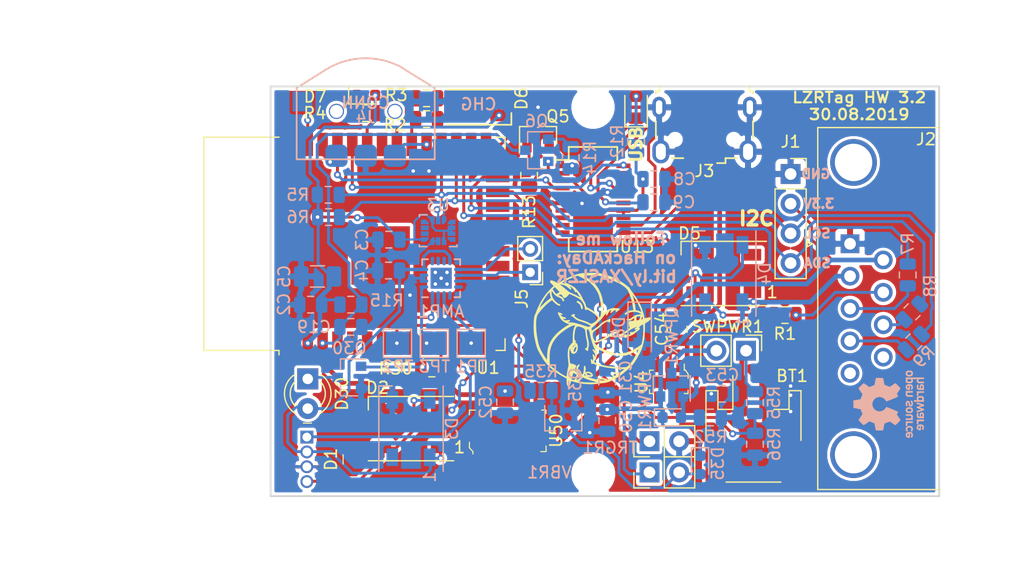
<source format=kicad_pcb>
(kicad_pcb (version 20171130) (host pcbnew 5.0.2+dfsg1-1~bpo9+1)
  (layers (0 F.Cu signal) (31 B.Cu signal) (34 B.Paste user) (35 F.Paste user) (36 B.SilkS user) (37 F.SilkS user) (38 B.Mask user) (39 F.Mask user) (44 Edge.Cuts user))
  (net 0 "")
  (net 1 "Net-(Q35-Pad1)")
  (net 2 "/USB Connection/Charge_EN")
  (net 3 GND)
  (net 4 "/USB Connection/+5V_USB")
  (net 5 +3V3)
  (net 6 /RESET)
  (net 7 "Net-(DUSB1-Pad2)")
  (net 8 "/USB Connection/USB3.3")
  (net 9 "Net-(Q30-Pad1)")
  (net 10 /PowerHandling/B_Raw+)
  (net 11 "Net-(U1-Pad4)")
  (net 12 "Net-(U1-Pad5)")
  (net 13 "Net-(U1-Pad6)")
  (net 14 "Net-(U1-Pad7)")
  (net 15 "Net-(U1-Pad14)")
  (net 16 "Net-(U1-Pad17)")
  (net 17 "Net-(U1-Pad18)")
  (net 18 "Net-(U1-Pad19)")
  (net 19 "Net-(U1-Pad20)")
  (net 20 "Net-(U1-Pad21)")
  (net 21 "Net-(U1-Pad22)")
  (net 22 /GPIO0)
  (net 23 "Net-(U1-Pad32)")
  (net 24 /U>E)
  (net 25 /E>U)
  (net 26 +BATT)
  (net 27 "Net-(D35-Pad2)")
  (net 28 "Net-(D30-Pad1)")
  (net 29 "Net-(DUSB1-Pad1)")
  (net 30 "Net-(D2-Pad2)")
  (net 31 "Net-(D3-Pad2)")
  (net 32 "Net-(D5-Pad2)")
  (net 33 "Net-(J2-Pad5)")
  (net 34 "Net-(J2-Pad9)")
  (net 35 /AUDIO)
  (net 36 /LED_1)
  (net 37 /LED_2)
  (net 38 /V_SENSE)
  (net 39 /VBRT)
  (net 40 /TRIGGER)
  (net 41 "Net-(D6-Pad4)")
  (net 42 "Net-(D6-Pad3)")
  (net 43 "Net-(D7-Pad1)")
  (net 44 /IR_OUT)
  (net 45 /IR_IN)
  (net 46 /CONN_IND)
  (net 47 /CHG_G)
  (net 48 /CHG_R)
  (net 49 /CHG_STAT)
  (net 50 "Net-(QPWR1-Pad3)")
  (net 51 /BCLK)
  (net 52 /LRCLK)
  (net 53 SCL)
  (net 54 SDA)
  (net 55 "Net-(U3-Pad4)")
  (net 56 "Net-(U3-Pad9)")
  (net 57 "Net-(U3-Pad10)")
  (net 58 "Net-(U3-Pad11)")
  (net 59 "Net-(Q5-Pad2)")
  (net 60 "Net-(Q6-Pad1)")
  (net 61 "Net-(Q5-Pad1)")
  (net 62 "Net-(Q6-Pad2)")
  (net 63 "Net-(U13-Pad5)")
  (net 64 "Net-(U13-Pad7)")
  (net 65 "Net-(U13-Pad8)")
  (net 66 "Net-(U13-Pad9)")
  (net 67 "Net-(U13-Pad10)")
  (net 68 "Net-(J3-Pad3)")
  (net 69 "Net-(J3-Pad2)")
  (net 70 "Net-(U13-Pad19)")
  (net 71 "Net-(J3-Pad4)")
  (net 72 "Net-(U4-Pad4)")
  (net 73 "Net-(AMP1-Pad9)")
  (net 74 "Net-(AMP1-Pad10)")
  (net 75 "Net-(D1-Pad4)")
  (net 76 "Net-(AMP1-Pad7)")
  (net 77 "Net-(J2-Pad3)")
  (net 78 "Net-(J2-Pad7)")
  (net 79 /CTRL_BACK)
  (net 80 /CTRL_FWD)
  (net 81 /CTRL_DOWN)
  (net 82 "Net-(U50-Pad2)")
  (net 83 "Net-(J2-Pad4)")
  (net 84 "Net-(J2-Pad8)")
  (module Resistor_SMD:R_0805_2012Metric (layer B.Cu) (at 118.3259 98.5266 45)
    (fp_text reference R8 (at 2.658156 -0.466973 90) (layer B.SilkS) (effects (justify mirror)))
    (fp_text value 220)
    (pad 2 smd roundrect (at 0.937501 0 45) (size 0.975 1.4) (layers B.Cu B.Paste B.Mask) (net 54 SDA))
    (pad 1 smd roundrect (at -0.937501 0 45) (size 0.975 1.4) (layers B.Cu B.Paste B.Mask) (net 84 "Net-(J2-Pad8)"))
  )
  (module Resistor_SMD:R_0805_2012Metric (layer B.Cu) (at 118.4783 101.1047 45)
    (fp_text reference R9 (at -0.287368 1.526644 45) (layer B.SilkS) (effects (justify mirror)))
    (fp_text value 220)
    (pad 1 smd roundrect (at -0.937501 0 45) (size 0.975 1.4) (layers B.Cu B.Paste B.Mask) (net 83 "Net-(J2-Pad4)"))
    (pad 2 smd roundrect (at 0.937501 0 45) (size 0.975 1.4) (layers B.Cu B.Paste B.Mask) (net 53 SCL))
  )
  (module Connector_PinHeader_2.00mm:PinHeader_1x02_P2.00mm_Vertical (layer F.Cu) (at 85.6869 95.1484 180)
    (fp_text reference J5 (at 0.7239 -2.2606 270) (layer F.SilkS))
    (fp_text value Conn_01x02_Male)
    (pad 1 thru_hole rect (at 0 0 180) (size 1.35 1.35) (drill 0.8) (layers *.Cu *.Mask) (net 74 "Net-(AMP1-Pad10)"))
    (pad 2 thru_hole oval (at 0 2 180) (size 1.35 1.35) (drill 0.8) (layers *.Cu *.Mask) (net 73 "Net-(AMP1-Pad9)"))
  )
  (module TestPoint:TestPoint_Pad_2.0x2.0mm (layer B.Cu) (at 80.645 101.219)
    (fp_text reference TP1 (at 0 1.998) (layer B.SilkS) (effects (justify mirror)))
    (fp_text value TestPoint)
    (pad 1 smd rect (at 0 0) (size 2 2) (layers B.Cu B.Mask) (net 52 /LRCLK))
  )
  (module TestPoint:TestPoint_Pad_2.0x2.0mm (layer B.Cu) (at 74.3458 101.219)
    (fp_text reference TP2 (at 0 1.998) (layer B.SilkS) (effects (justify mirror)))
    (fp_text value TestPoint)
    (pad 1 smd rect (at 0 0) (size 2 2) (layers B.Cu B.Mask) (net 51 /BCLK))
  )
  (module TestPoint:TestPoint_Pad_2.0x2.0mm (layer B.Cu) (at 77.4954 101.219)
    (fp_text reference TP3 (at 0 1.998) (layer B.SilkS) (effects (justify mirror)))
    (fp_text value TestPoint)
    (pad 1 smd rect (at 0 0) (size 2 2) (layers B.Cu B.Mask) (net 35 /AUDIO))
  )
  (module Resistor_SMD:R_0805_2012Metric (layer F.Cu) (at 107.4674 98.806 180)
    (fp_text reference R1 (at 0 -1.6002 180) (layer F.SilkS))
    (fp_text value 220)
    (pad 2 smd roundrect (at 0.9375 0 180) (size 0.975 1.4) (layers F.Cu F.Paste F.Mask) (net 37 /LED_2))
    (pad 1 smd roundrect (at -0.9375 0 180) (size 0.975 1.4) (layers F.Cu F.Paste F.Mask) (net 78 "Net-(J2-Pad7)"))
  )
  (module Resistor_SMD:R_0805_2012Metric (layer B.Cu) (at 117.9576 95.377 90)
    (fp_text reference R7 (at 2.667 0 90) (layer B.SilkS) (effects (justify mirror)))
    (fp_text value 220)
    (pad 1 smd roundrect (at -0.9375 0 90) (size 0.975 1.4) (layers B.Cu B.Paste B.Mask) (net 77 "Net-(J2-Pad3)"))
    (pad 2 smd roundrect (at 0.9375 0 90) (size 0.975 1.4) (layers B.Cu B.Paste B.Mask) (net 45 /IR_IN))
  )
  (module Capacitor_SMD:C_1206_3216Metric (layer B.Cu) (at 67.5132 95.504)
    (fp_text reference C5 (at -2.8448 0 90) (layer B.SilkS) (effects (justify mirror)))
    (fp_text value 47uF)
    (pad 1 smd roundrect (at -1.4 0) (size 1.25 1.75) (layers B.Cu B.Paste B.Mask) (roundrect_rratio 0.2) (net 3 GND))
    (pad 2 smd roundrect (at 1.4 0) (size 1.25 1.75) (layers B.Cu B.Paste B.Mask) (roundrect_rratio 0.2) (net 5 +3V3))
  )
  (module Diode_SMD:D_SOD-123F (layer B.Cu) (at 95.0468 99.8982 270)
    (fp_text reference D8 (at -0.0127 1.778 270) (layer B.SilkS) (effects (justify mirror)))
    (fp_text value D_Zener_ALT)
    (pad 1 smd rect (at -1.4 0 270) (size 1.1 1.1) (layers B.Cu B.Paste B.Mask) (net 5 +3V3))
    (pad 2 smd rect (at 1.4 0 270) (size 1.1 1.1) (layers B.Cu B.Paste B.Mask) (net 3 GND))
  )
  (module MainBoard_Rev2:nav_switch_COM_08184 (layer B.Cu) (at 71.628 81.3816 180)
    (fp_text reference J4 (at 0 -0.5 180) (layer B.SilkS) (effects (justify mirror)))
    (fp_text value Conn_01x04_Male)
    (pad "" np_thru_hole circle (at 2.5 0 180) (size 1.3 1.3) (drill 1.1) (layers *.Cu *.Mask))
    (pad "" np_thru_hole circle (at -2.5 0 180) (size 1.3 1.3) (drill 1.1) (layers *.Cu *.Mask))
    (pad 4 smd rect (at 5.4 0.85 180) (size 1.7 1.7) (layers B.Cu B.Paste B.Mask) (net 81 /CTRL_DOWN))
    (pad 2 smd roundrect (at 0 -3.8 180) (size 1.9 1.9) (layers B.Cu B.Paste B.Mask) (net 3 GND))
    (pad 2 smd rect (at -5.4 0.85 180) (size 1.7 1.7) (layers B.Cu B.Paste B.Mask) (net 3 GND))
    (pad 3 smd roundrect (at 2.5 -3.8 180) (size 1.9 1.9) (layers B.Cu B.Paste B.Mask) (net 80 /CTRL_FWD))
    (pad 1 smd roundrect (at -2.5 -3.8 180) (size 1.9 1.9) (layers B.Cu B.Paste B.Mask) (net 79 /CTRL_BACK))
  )
  (module digikey-footprints:LED_RGB_WP154A4SUREQBFZGC (layer F.Cu) (at 66.5988 111.1504 270)
    (fp_text reference D1 (at 0 -2.0574 270) (layer F.SilkS))
    (fp_text value COM-12999)
    (pad 2 thru_hole circle (at -0.635 0 270) (size 1.1 1.1) (drill 0.75) (layers *.Cu *.Mask) (net 26 +BATT))
    (pad 3 thru_hole circle (at 0.635 0 270) (size 1.1 1.1) (drill 0.75) (layers *.Cu *.Mask) (net 3 GND))
    (pad 1 thru_hole rect (at -1.905 0 270) (size 1.1 1.1) (drill 0.75) (layers *.Cu *.Mask) (net 36 /LED_1))
    (pad 4 thru_hole circle (at 1.905 0 270) (size 1.1 1.1) (drill 0.75) (layers *.Cu *.Mask) (net 75 "Net-(D1-Pad4)"))
  )
  (module Capacitor_SMD:C_0805_2012Metric (layer B.Cu) (at 73.5838 94.996 180)
    (fp_text reference C4 (at 2.2606 0 270) (layer B.SilkS) (effects (justify mirror)))
    (fp_text value 10uF)
    (pad 1 smd roundrect (at -0.9375 0 180) (size 0.975 1.4) (layers B.Cu B.Paste B.Mask) (net 26 +BATT))
    (pad 2 smd roundrect (at 0.9375 0 180) (size 0.975 1.4) (layers B.Cu B.Paste B.Mask) (net 3 GND))
  )
  (module Package_DFN_QFN:QFN-16-1EP_3x3mm_P0.5mm_EP2.7x2.7mm_ThermalVias (layer B.Cu) (at 78.0796 95.6564)
    (fp_text reference AMP1 (at 0 2.85) (layer B.SilkS) (effects (justify mirror)))
    (fp_text value MAX98357A)
    (pad 1 smd oval (at -1.475 0.75) (size 0.75 0.3) (layers B.Cu B.Paste B.Mask) (net 35 /AUDIO))
    (pad 2 smd oval (at -1.475 0.25) (size 0.75 0.3) (layers B.Cu B.Paste B.Mask) (net 3 GND))
    (pad 3 smd oval (at -1.475 -0.25) (size 0.75 0.3) (layers B.Cu B.Paste B.Mask) (net 3 GND))
    (pad 4 smd oval (at -1.475 -0.75) (size 0.75 0.3) (layers B.Cu B.Paste B.Mask) (net 26 +BATT))
    (pad 5 smd oval (at -0.75 -1.475 270) (size 0.75 0.3) (layers B.Cu B.Paste B.Mask))
    (pad 6 smd oval (at -0.25 -1.475 270) (size 0.75 0.3) (layers B.Cu B.Paste B.Mask))
    (pad 7 smd oval (at 0.25 -1.475 270) (size 0.75 0.3) (layers B.Cu B.Paste B.Mask) (net 76 "Net-(AMP1-Pad7)"))
    (pad 8 smd oval (at 0.75 -1.475 270) (size 0.75 0.3) (layers B.Cu B.Paste B.Mask) (net 26 +BATT))
    (pad 9 smd oval (at 1.475 -0.75) (size 0.75 0.3) (layers B.Cu B.Paste B.Mask) (net 73 "Net-(AMP1-Pad9)"))
    (pad 10 smd oval (at 1.475 -0.25) (size 0.75 0.3) (layers B.Cu B.Paste B.Mask) (net 74 "Net-(AMP1-Pad10)"))
    (pad 11 smd oval (at 1.475 0.25) (size 0.75 0.3) (layers B.Cu B.Paste B.Mask) (net 3 GND))
    (pad 12 smd oval (at 1.475 0.75) (size 0.75 0.3) (layers B.Cu B.Paste B.Mask))
    (pad 13 smd oval (at 0.75 1.475 270) (size 0.75 0.3) (layers B.Cu B.Paste B.Mask))
    (pad 14 smd oval (at 0.25 1.475 270) (size 0.75 0.3) (layers B.Cu B.Paste B.Mask) (net 52 /LRCLK))
    (pad 15 smd oval (at -0.25 1.475 270) (size 0.75 0.3) (layers B.Cu B.Paste B.Mask) (net 3 GND))
    (pad 16 smd oval (at -0.75 1.475 270) (size 0.75 0.3) (layers B.Cu B.Paste B.Mask) (net 51 /BCLK))
    (pad 17 smd rect (at 0 0) (size 1.8 1.8) (layers F.Cu))
    (pad 17 smd rect (at 0 0) (size 1.8 1.8) (layers B.Cu B.Mask))
    (pad 17 thru_hole circle (at 0 0) (size 0.6 0.6) (drill 0.3) (layers *.Cu))
    (pad 17 thru_hole circle (at -0.5 0.5) (size 0.6 0.6) (drill 0.3) (layers *.Cu))
    (pad 17 thru_hole circle (at 0.5 0.5) (size 0.6 0.6) (drill 0.3) (layers *.Cu))
    (pad 17 thru_hole circle (at 0.5 -0.5) (size 0.6 0.6) (drill 0.3) (layers *.Cu))
    (pad 17 thru_hole circle (at -0.5 -0.5) (size 0.6 0.6) (drill 0.3) (layers *.Cu))
  )
  (module Capacitor_SMD:C_0805_2012Metric (layer B.Cu) (at 66.929 97.917 180)
    (fp_text reference C2 (at 2.286 0.0254 270) (layer B.SilkS) (effects (justify mirror)))
    (fp_text value 150nF)
    (pad 2 smd roundrect (at 0.9375 0 180) (size 0.975 1.4) (layers B.Cu B.Paste B.Mask) (net 3 GND))
    (pad 1 smd roundrect (at -0.9375 0 180) (size 0.975 1.4) (layers B.Cu B.Paste B.Mask) (net 5 +3V3))
  )
  (module Capacitor_SMD:C_0805_2012Metric (layer B.Cu) (at 92.2655 104.521 270)
    (fp_text reference C31 (at -0.4064 -1.5875 270) (layer B.SilkS) (effects (justify mirror)))
    (fp_text value 150nF)
    (pad 1 smd roundrect (at -0.9375 0 270) (size 0.975 1.4) (layers B.Cu B.Paste B.Mask) (net 40 /TRIGGER))
    (pad 2 smd roundrect (at 0.9375 0 270) (size 0.975 1.4) (layers B.Cu B.Paste B.Mask) (net 3 GND))
  )
  (module Resistor_SMD:R_0805_2012Metric (layer B.Cu) (at 68.453 90.424)
    (fp_text reference R6 (at -2.6162 0) (layer B.SilkS) (effects (justify mirror)))
    (fp_text value 2.2k)
    (pad 2 smd roundrect (at 0.9375 0) (size 0.975 1.4) (layers B.Cu B.Paste B.Mask) (net 54 SDA))
    (pad 1 smd roundrect (at -0.9375 0) (size 0.975 1.4) (layers B.Cu B.Paste B.Mask) (net 5 +3V3))
  )
  (module Resistor_SMD:R_0805_2012Metric (layer B.Cu) (at 86.614 105.283 180)
    (fp_text reference R35 (at 0 1.65 180) (layer B.SilkS) (effects (justify mirror)))
    (fp_text value 2.2k)
    (pad 1 smd roundrect (at -0.9375 0 180) (size 0.975 1.4) (layers B.Cu B.Paste B.Mask) (net 1 "Net-(Q35-Pad1)"))
    (pad 2 smd roundrect (at 0.9375 0 180) (size 0.975 1.4) (layers B.Cu B.Paste B.Mask) (net 39 /VBRT))
  )
  (module Resistor_SMD:R_0805_2012Metric (layer F.Cu) (at 76.835 82.042 180)
    (fp_text reference R2 (at 2.6924 -0.508 180) (layer F.SilkS))
    (fp_text value 220R)
    (pad 2 smd roundrect (at 0.9375 0 180) (size 0.975 1.4) (layers F.Cu F.Paste F.Mask) (net 48 /CHG_R))
    (pad 1 smd roundrect (at -0.9375 0 180) (size 0.975 1.4) (layers F.Cu F.Paste F.Mask) (net 41 "Net-(D6-Pad4)"))
  )
  (module Resistor_SMD:R_0805_2012Metric (layer F.Cu) (at 76.835 80.264 180)
    (fp_text reference R3 (at 2.5908 0.2794 180) (layer F.SilkS))
    (fp_text value 220R)
    (pad 1 smd roundrect (at -0.9375 0 180) (size 0.975 1.4) (layers F.Cu F.Paste F.Mask) (net 42 "Net-(D6-Pad3)"))
    (pad 2 smd roundrect (at 0.9375 0 180) (size 0.975 1.4) (layers F.Cu F.Paste F.Mask) (net 47 /CHG_G))
  )
  (module Resistor_SMD:R_0805_2012Metric (layer F.Cu) (at 71.628 81.534)
    (fp_text reference R4 (at -4.3434 0) (layer F.SilkS))
    (fp_text value 220)
    (pad 2 smd roundrect (at 0.9375 0) (size 0.975 1.4) (layers F.Cu F.Paste F.Mask) (net 46 /CONN_IND))
    (pad 1 smd roundrect (at -0.9375 0) (size 0.975 1.4) (layers F.Cu F.Paste F.Mask) (net 43 "Net-(D7-Pad1)"))
  )
  (module Resistor_SMD:R_0805_2012Metric (layer B.Cu) (at 68.4275 88.519)
    (fp_text reference R5 (at -2.6034 0) (layer B.SilkS) (effects (justify mirror)))
    (fp_text value 2.2k)
    (pad 1 smd roundrect (at -0.9375 0) (size 0.975 1.4) (layers B.Cu B.Paste B.Mask) (net 5 +3V3))
    (pad 2 smd roundrect (at 0.9375 0) (size 0.975 1.4) (layers B.Cu B.Paste B.Mask) (net 53 SCL))
  )
  (module Resistor_SMD:R_0805_2012Metric (layer B.Cu) (at 101.092 107.569)
    (fp_text reference R52 (at 0 1.65) (layer B.SilkS) (effects (justify mirror)))
    (fp_text value 10k)
    (pad 2 smd roundrect (at 0.9375 0) (size 0.975 1.4) (layers B.Cu B.Paste B.Mask) (net 3 GND))
    (pad 1 smd roundrect (at -0.9375 0) (size 0.975 1.4) (layers B.Cu B.Paste B.Mask) (net 4 "/USB Connection/+5V_USB"))
  )
  (module Resistor_SMD:R_0805_2012Metric (layer F.Cu) (at 77.2795 103.378)
    (fp_text reference R30 (at -3.0861 0) (layer F.SilkS))
    (fp_text value 220)
    (pad 1 smd roundrect (at -0.9375 0) (size 0.975 1.4) (layers F.Cu F.Paste F.Mask) (net 9 "Net-(Q30-Pad1)"))
    (pad 2 smd roundrect (at 0.9375 0) (size 0.975 1.4) (layers F.Cu F.Paste F.Mask) (net 44 /IR_OUT))
  )
  (module Capacitor_SMD:C_0805_2012Metric (layer B.Cu) (at 92.274592 107.823 270)
    (fp_text reference C50 (at -0.3302 -1.603808 270) (layer B.SilkS) (effects (justify mirror)))
    (fp_text value 1uF)
    (pad 1 smd roundrect (at -0.9375 0 270) (size 0.975 1.4) (layers B.Cu B.Paste B.Mask) (net 26 +BATT))
    (pad 2 smd roundrect (at 0.9375 0 270) (size 0.975 1.4) (layers B.Cu B.Paste B.Mask) (net 3 GND))
  )
  (module Capacitor_SMD:C_0805_2012Metric (layer B.Cu) (at 83.5406 106.2482 270)
    (fp_text reference C52 (at 0 1.65 270) (layer B.SilkS) (effects (justify mirror)))
    (fp_text value 10uF)
    (pad 1 smd roundrect (at -0.9375 0 270) (size 0.975 1.4) (layers B.Cu B.Paste B.Mask) (net 5 +3V3))
    (pad 2 smd roundrect (at 0.9375 0 270) (size 0.975 1.4) (layers B.Cu B.Paste B.Mask) (net 3 GND))
  )
  (module Resistor_SMD:R_0805_2012Metric (layer B.Cu) (at 104.902 106.299 270)
    (fp_text reference R55 (at 0 -1.6256 270) (layer B.SilkS) (effects (justify mirror)))
    (fp_text value 100k)
    (pad 2 smd roundrect (at 0.9375 0 270) (size 0.975 1.4) (layers B.Cu B.Paste B.Mask) (net 38 /V_SENSE))
    (pad 1 smd roundrect (at -0.9375 0 270) (size 0.975 1.4) (layers B.Cu B.Paste B.Mask) (net 10 /PowerHandling/B_Raw+))
  )
  (module Resistor_SMD:R_0805_2012Metric (layer B.Cu) (at 104.902 109.855 270)
    (fp_text reference R56 (at 0 -1.651 270) (layer B.SilkS) (effects (justify mirror)))
    (fp_text value 200k)
    (pad 1 smd roundrect (at -0.9375 0 270) (size 0.975 1.4) (layers B.Cu B.Paste B.Mask) (net 38 /V_SENSE))
    (pad 2 smd roundrect (at 0.9375 0 270) (size 0.975 1.4) (layers B.Cu B.Paste B.Mask) (net 3 GND))
  )
  (module digikey-footprints:SOT-753 (layer F.Cu) (at 97.536 104.521 180)
    (fp_text reference U4 (at 2.3368 0 270) (layer F.SilkS))
    (fp_text value MAX1555EZK_T)
    (pad 5 smd rect (at -0.95 -1.35 180) (size 0.6 1.05) (layers F.Cu F.Paste F.Mask) (net 10 /PowerHandling/B_Raw+))
    (pad 4 smd rect (at 0.95 -1.35 180) (size 0.6 1.05) (layers F.Cu F.Paste F.Mask) (net 72 "Net-(U4-Pad4)"))
    (pad 3 smd rect (at 0.95 1.35 180) (size 0.6 1.05) (layers F.Cu F.Paste F.Mask) (net 49 /CHG_STAT))
    (pad 2 smd rect (at 0 1.35 180) (size 0.6 1.05) (layers F.Cu F.Paste F.Mask) (net 3 GND))
    (pad 1 smd rect (at -0.95 1.35 180) (size 0.6 1.05) (layers F.Cu F.Paste F.Mask) (net 4 "/USB Connection/+5V_USB"))
  )
  (module Capacitor_SMD:C_0805_2012Metric (layer B.Cu) (at 96.266 87.1728 180)
    (fp_text reference C8 (at -2.6162 0 180) (layer B.SilkS) (effects (justify mirror)))
    (fp_text value 150nF)
    (pad 1 smd roundrect (at -0.9375 0 180) (size 0.975 1.4) (layers B.Cu B.Paste B.Mask) (net 3 GND))
    (pad 2 smd roundrect (at 0.9375 0 180) (size 0.975 1.4) (layers B.Cu B.Paste B.Mask) (net 8 "/USB Connection/USB3.3"))
  )
  (module Capacitor_SMD:C_0805_2012Metric (layer B.Cu) (at 96.266 89.154 180)
    (fp_text reference C9 (at -2.5654 0 180) (layer B.SilkS) (effects (justify mirror)))
    (fp_text value 10uF)
    (pad 2 smd roundrect (at 0.9375 0 180) (size 0.975 1.4) (layers B.Cu B.Paste B.Mask) (net 4 "/USB Connection/+5V_USB"))
    (pad 1 smd roundrect (at -0.9375 0 180) (size 0.975 1.4) (layers B.Cu B.Paste B.Mask) (net 3 GND))
  )
  (module Capacitor_SMD:C_0805_2012Metric (layer B.Cu) (at 70.358 99.822)
    (fp_text reference C19 (at -3.1496 0 180) (layer B.SilkS) (effects (justify mirror)))
    (fp_text value 100nF)
    (pad 1 smd roundrect (at -0.9375 0) (size 0.975 1.4) (layers B.Cu B.Paste B.Mask) (net 6 /RESET))
    (pad 2 smd roundrect (at 0.9375 0) (size 0.975 1.4) (layers B.Cu B.Paste B.Mask) (net 3 GND))
  )
  (module Connector_USB:USB_Micro-B_Wuerth_629105150521 (layer F.Cu) (at 100.584 82.9818 180)
    (fp_text reference J3 (at 0 -3.5 180) (layer F.SilkS))
    (fp_text value USB_B_Micro)
    (pad 1 smd rect (at -1.3 -1.9 180) (size 0.45 1.3) (layers F.Cu F.Paste F.Mask) (net 4 "/USB Connection/+5V_USB"))
    (pad 2 smd rect (at -0.65 -1.9 180) (size 0.45 1.3) (layers F.Cu F.Paste F.Mask) (net 69 "Net-(J3-Pad2)"))
    (pad 3 smd rect (at 0 -1.9 180) (size 0.45 1.3) (layers F.Cu F.Paste F.Mask) (net 68 "Net-(J3-Pad3)"))
    (pad 4 smd rect (at 0.65 -1.9 180) (size 0.45 1.3) (layers F.Cu F.Paste F.Mask) (net 71 "Net-(J3-Pad4)"))
    (pad 5 smd rect (at 1.3 -1.9 180) (size 0.45 1.3) (layers F.Cu F.Paste F.Mask) (net 3 GND))
    (pad 6 thru_hole oval (at -3.725 -1.85 180) (size 1.45 2) (drill oval 0.85 1.4) (layers *.Cu *.Mask) (net 3 GND))
    (pad 6 thru_hole oval (at 3.725 -1.85 180) (size 1.45 2) (drill oval 0.85 1.4) (layers *.Cu *.Mask) (net 3 GND))
    (pad 6 thru_hole oval (at -3.875 1.95 180) (size 1.15 1.8) (drill oval 0.55 1.2) (layers *.Cu *.Mask) (net 3 GND))
    (pad 6 thru_hole oval (at 3.875 1.95 180) (size 1.15 1.8) (drill oval 0.55 1.2) (layers *.Cu *.Mask) (net 3 GND))
    (pad "" np_thru_hole oval (at -2.5 -0.8 180) (size 0.8 0.8) (drill 0.8) (layers *.Cu *.Mask))
    (pad "" np_thru_hole oval (at 2.5 -0.8 180) (size 0.8 0.8) (drill 0.8) (layers *.Cu *.Mask))
  )
  (module LED_SMD:LED_0805_2012Metric (layer F.Cu) (at 94.742 81.026 90)
    (fp_text reference DUSB1 hide)
    (fp_text value LED)
    (pad 1 smd roundrect (at -0.9375 0 90) (size 0.975 1.4) (layers F.Cu F.Paste F.Mask) (net 29 "Net-(DUSB1-Pad1)"))
    (pad 2 smd roundrect (at 0.9375 0 90) (size 0.975 1.4) (layers F.Cu F.Paste F.Mask) (net 7 "Net-(DUSB1-Pad2)"))
  )
  (module Package_SO:SSOP-20_3.9x8.7mm_P0.635mm (layer F.Cu) (at 91.059 88.9)
    (fp_text reference U13 (at 3.7592 4.064) (layer F.SilkS))
    (fp_text value FT231XS)
    (pad 1 smd rect (at -2.6 -2.8575) (size 1.2 0.4) (layers F.Cu F.Paste F.Mask) (net 59 "Net-(Q5-Pad2)"))
    (pad 2 smd rect (at -2.6 -2.2225) (size 1.2 0.4) (layers F.Cu F.Paste F.Mask) (net 62 "Net-(Q6-Pad2)"))
    (pad 3 smd rect (at -2.6 -1.5875) (size 1.2 0.4) (layers F.Cu F.Paste F.Mask) (net 8 "/USB Connection/USB3.3"))
    (pad 4 smd rect (at -2.6 -0.9525) (size 1.2 0.4) (layers F.Cu F.Paste F.Mask) (net 25 /E>U))
    (pad 5 smd rect (at -2.6 -0.3175) (size 1.2 0.4) (layers F.Cu F.Paste F.Mask) (net 63 "Net-(U13-Pad5)"))
    (pad 6 smd rect (at -2.6 0.3175) (size 1.2 0.4) (layers F.Cu F.Paste F.Mask) (net 3 GND))
    (pad 7 smd rect (at -2.6 0.9525) (size 1.2 0.4) (layers F.Cu F.Paste F.Mask) (net 64 "Net-(U13-Pad7)"))
    (pad 8 smd rect (at -2.6 1.5875) (size 1.2 0.4) (layers F.Cu F.Paste F.Mask) (net 65 "Net-(U13-Pad8)"))
    (pad 9 smd rect (at -2.6 2.2225) (size 1.2 0.4) (layers F.Cu F.Paste F.Mask) (net 66 "Net-(U13-Pad9)"))
    (pad 10 smd rect (at -2.6 2.8575) (size 1.2 0.4) (layers F.Cu F.Paste F.Mask) (net 67 "Net-(U13-Pad10)"))
    (pad 11 smd rect (at 2.6 2.8575) (size 1.2 0.4) (layers F.Cu F.Paste F.Mask) (net 68 "Net-(J3-Pad3)"))
    (pad 12 smd rect (at 2.6 2.2225) (size 1.2 0.4) (layers F.Cu F.Paste F.Mask) (net 69 "Net-(J3-Pad2)"))
    (pad 13 smd rect (at 2.6 1.5875) (size 1.2 0.4) (layers F.Cu F.Paste F.Mask) (net 8 "/USB Connection/USB3.3"))
    (pad 14 smd rect (at 2.6 0.9525) (size 1.2 0.4) (layers F.Cu F.Paste F.Mask) (net 8 "/USB Connection/USB3.3"))
    (pad 15 smd rect (at 2.6 0.3175) (size 1.2 0.4) (layers F.Cu F.Paste F.Mask) (net 4 "/USB Connection/+5V_USB"))
    (pad 16 smd rect (at 2.6 -0.3175) (size 1.2 0.4) (layers F.Cu F.Paste F.Mask) (net 3 GND))
    (pad 17 smd rect (at 2.6 -0.9525) (size 1.2 0.4) (layers F.Cu F.Paste F.Mask) (net 29 "Net-(DUSB1-Pad1)"))
    (pad 18 smd rect (at 2.6 -1.5875) (size 1.2 0.4) (layers F.Cu F.Paste F.Mask) (net 2 "/USB Connection/Charge_EN"))
    (pad 19 smd rect (at 2.6 -2.2225) (size 1.2 0.4) (layers F.Cu F.Paste F.Mask) (net 70 "Net-(U13-Pad19)"))
    (pad 20 smd rect (at 2.6 -2.8575) (size 1.2 0.4) (layers F.Cu F.Paste F.Mask) (net 24 /U>E))
  )
  (module Package_TO_SOT_SMD:SOT-23 (layer F.Cu) (at 86.36 83.439 90)
    (fp_text reference Q5 (at 1.6256 1.7018 180) (layer F.SilkS))
    (fp_text value Q_NPN_BEC)
    (pad 3 smd rect (at 1 0 90) (size 0.9 0.8) (layers F.Cu F.Paste F.Mask) (net 22 /GPIO0))
    (pad 2 smd rect (at -1 0.95 90) (size 0.9 0.8) (layers F.Cu F.Paste F.Mask) (net 59 "Net-(Q5-Pad2)"))
    (pad 1 smd rect (at -1 -0.95 90) (size 0.9 0.8) (layers F.Cu F.Paste F.Mask) (net 61 "Net-(Q5-Pad1)"))
  )
  (module Package_TO_SOT_SMD:SOT-23 (layer B.Cu) (at 86.233 84.709 180)
    (fp_text reference Q6 (at 0 2.5 180) (layer B.SilkS) (effects (justify mirror)))
    (fp_text value Q_NPN_BEC)
    (pad 1 smd rect (at -1 0.95 180) (size 0.9 0.8) (layers B.Cu B.Paste B.Mask) (net 60 "Net-(Q6-Pad1)"))
    (pad 2 smd rect (at -1 -0.95 180) (size 0.9 0.8) (layers B.Cu B.Paste B.Mask) (net 62 "Net-(Q6-Pad2)"))
    (pad 3 smd rect (at 1 0 180) (size 0.9 0.8) (layers B.Cu B.Paste B.Mask) (net 6 /RESET))
  )
  (module Resistor_SMD:R_0805_2012Metric (layer B.Cu) (at 94.742 83.947 90)
    (fp_text reference R12 (at 0 -1.6256 90) (layer B.SilkS) (effects (justify mirror)))
    (fp_text value 220)
    (pad 2 smd roundrect (at 0.9375 0 90) (size 0.975 1.4) (layers B.Cu B.Paste B.Mask) (net 7 "Net-(DUSB1-Pad2)"))
    (pad 1 smd roundrect (at -0.9375 0 90) (size 0.975 1.4) (layers B.Cu B.Paste B.Mask) (net 8 "/USB Connection/USB3.3"))
  )
  (module Resistor_SMD:R_0805_2012Metric (layer F.Cu) (at 85.598 86.868 270)
    (fp_text reference R13 (at 3.1242 0 270) (layer F.SilkS))
    (fp_text value R_Small)
    (pad 1 smd roundrect (at -0.9375 0 270) (size 0.975 1.4) (layers F.Cu F.Paste F.Mask) (net 61 "Net-(Q5-Pad1)"))
    (pad 2 smd roundrect (at 0.9375 0 270) (size 0.975 1.4) (layers F.Cu F.Paste F.Mask) (net 62 "Net-(Q6-Pad2)"))
  )
  (module Resistor_SMD:R_0805_2012Metric (layer B.Cu) (at 89.154 85.344 270)
    (fp_text reference R14 (at 0 -1.651 270) (layer B.SilkS) (effects (justify mirror)))
    (fp_text value R_Small)
    (pad 2 smd roundrect (at 0.9375 0 270) (size 0.975 1.4) (layers B.Cu B.Paste B.Mask) (net 59 "Net-(Q5-Pad2)"))
    (pad 1 smd roundrect (at -0.9375 0 270) (size 0.975 1.4) (layers B.Cu B.Paste B.Mask) (net 60 "Net-(Q6-Pad1)"))
  )
  (module Resistor_SMD:R_0805_2012Metric (layer B.Cu) (at 70.358 97.917)
    (fp_text reference R15 (at 3.0734 -0.3556) (layer B.SilkS) (effects (justify mirror)))
    (fp_text value R_Small)
    (pad 1 smd roundrect (at -0.9375 0) (size 0.975 1.4) (layers B.Cu B.Paste B.Mask) (net 5 +3V3))
    (pad 2 smd roundrect (at 0.9375 0) (size 0.975 1.4) (layers B.Cu B.Paste B.Mask) (net 6 /RESET))
  )
  (module Capacitor_SMD:C_0805_2012Metric (layer B.Cu) (at 73.6092 92.3544)
    (fp_text reference C3 (at -2.286 0 90) (layer B.SilkS) (effects (justify mirror)))
    (fp_text value 0.1uF)
    (pad 1 smd roundrect (at -0.9375 0) (size 0.975 1.4) (layers B.Cu B.Paste B.Mask) (net 3 GND))
    (pad 2 smd roundrect (at 0.9375 0) (size 0.975 1.4) (layers B.Cu B.Paste B.Mask) (net 5 +3V3))
  )
  (module digikey-footprints:SOT-223 (layer F.Cu) (at 83.7692 108.712)
    (fp_text reference U50 (at 4.1402 -0.0254 -90) (layer F.SilkS))
    (fp_text value AP2114H-3_3TRG1)
    (pad 3 smd rect (at 2.3 3.15) (size 1.5 2.2) (layers F.Cu F.Paste F.Mask) (net 26 +BATT))
    (pad 2 smd rect (at 0 3.15) (size 1.5 2.2) (layers F.Cu F.Paste F.Mask) (net 82 "Net-(U50-Pad2)"))
    (pad 1 smd rect (at -2.3 3.15) (size 1.5 2.2) (layers F.Cu F.Paste F.Mask) (net 3 GND))
    (pad 4 smd rect (at 0 -3.15) (size 3.8 2.2) (layers F.Cu F.Paste F.Mask) (net 5 +3V3))
  )
  (module Capacitor_SMD:C_0805_2012Metric (layer B.Cu) (at 102.108 105.537)
    (fp_text reference C53 (at 0 -1.6002) (layer B.SilkS) (effects (justify mirror)))
    (fp_text value 10uF)
    (pad 2 smd roundrect (at 0.9375 0) (size 0.975 1.4) (layers B.Cu B.Paste B.Mask) (net 3 GND))
    (pad 1 smd roundrect (at -0.9375 0) (size 0.975 1.4) (layers B.Cu B.Paste B.Mask) (net 10 /PowerHandling/B_Raw+))
  )
  (module Capacitor_SMD:C_0805_2012Metric (layer F.Cu) (at 98.3869 100.0252 90)
    (fp_text reference C54 (at 0.0127 -1.4478 90) (layer F.SilkS))
    (fp_text value 1uF)
    (pad 1 smd roundrect (at -0.9375 0 90) (size 0.975 1.4) (layers F.Cu F.Paste F.Mask) (net 4 "/USB Connection/+5V_USB"))
    (pad 2 smd roundrect (at 0.9375 0 90) (size 0.975 1.4) (layers F.Cu F.Paste F.Mask) (net 3 GND))
  )
  (module Package_LGA:LGA-14_3x2.5mm_P0.5mm_LayoutBorder3x4y (layer B.Cu) (at 77.8256 91.5924 180)
    (fp_text reference U3 (at 0 2.2 180) (layer B.SilkS) (effects (justify mirror)))
    (fp_text value LSM6DS3)
    (pad 1 smd custom (at -1.1375 0.75 180) (size 0.4 0.4) (layers B.Cu B.Paste B.Mask) (net 5 +3V3) (options (clearance outline) (anchor circle)) (primitives (gr_poly (pts (xy -0.3375 0.2) (xy 0.0875 0.2) (xy 0.3375 -0.05) (xy 0.3375 -0.2) (xy -0.3375 -0.2)) (width 0))))
    (pad 2 smd rect (at -1.1375 0.25 180) (size 0.675 0.4) (layers B.Cu B.Paste B.Mask) (net 5 +3V3))
    (pad 3 smd rect (at -1.1375 -0.25 180) (size 0.675 0.4) (layers B.Cu B.Paste B.Mask) (net 5 +3V3))
    (pad 4 smd custom (at -1.1375 -0.75 180) (size 0.4 0.4) (layers B.Cu B.Paste B.Mask) (net 55 "Net-(U3-Pad4)") (options (clearance outline) (anchor circle)) (primitives (gr_poly (pts (xy -0.3375 0.2) (xy 0.3375 0.2) (xy 0.3375 0.05) (xy 0.0875 -0.2) (xy -0.3375 -0.2)) (width 0))))
    (pad 5 smd custom (at -0.5 -0.8875 180) (size 0.4 0.4) (layers B.Cu B.Paste B.Mask) (net 5 +3V3) (options (clearance outline) (anchor circle)) (primitives (gr_poly (pts (xy -0.2 0.0875) (xy 0.05 0.3375) (xy 0.2 0.3375) (xy 0.2 -0.3375) (xy -0.2 -0.3375)) (width 0))))
    (pad 6 smd rect (at 0 -0.8875 180) (size 0.4 0.675) (layers B.Cu B.Paste B.Mask) (net 3 GND))
    (pad 7 smd custom (at 0.5 -0.8875 180) (size 0.4 0.4) (layers B.Cu B.Paste B.Mask) (net 3 GND) (options (clearance outline) (anchor circle)) (primitives (gr_poly (pts (xy -0.2 0.3375) (xy -0.05 0.3375) (xy 0.2 0.0875) (xy 0.2 -0.3375) (xy -0.2 -0.3375)) (width 0))))
    (pad 8 smd custom (at 1.1375 -0.75 180) (size 0.4 0.4) (layers B.Cu B.Paste B.Mask) (net 5 +3V3) (options (clearance outline) (anchor circle)) (primitives (gr_poly (pts (xy -0.3375 0.2) (xy 0.3375 0.2) (xy 0.3375 -0.2) (xy -0.0875 -0.2) (xy -0.3375 0.05)) (width 0))))
    (pad 9 smd rect (at 1.1375 -0.25 180) (size 0.675 0.4) (layers B.Cu B.Paste B.Mask) (net 56 "Net-(U3-Pad9)"))
    (pad 10 smd rect (at 1.1375 0.25 180) (size 0.675 0.4) (layers B.Cu B.Paste B.Mask) (net 57 "Net-(U3-Pad10)"))
    (pad 11 smd custom (at 1.1375 0.75 180) (size 0.4 0.4) (layers B.Cu B.Paste B.Mask) (net 58 "Net-(U3-Pad11)") (options (clearance outline) (anchor circle)) (primitives (gr_poly (pts (xy -0.3375 -0.05) (xy -0.0875 0.2) (xy 0.3375 0.2) (xy 0.3375 -0.2) (xy -0.3375 -0.2)) (width 0))))
    (pad 12 smd custom (at 0.5 0.8875 180) (size 0.4 0.4) (layers B.Cu B.Paste B.Mask) (net 5 +3V3) (options (clearance outline) (anchor circle)) (primitives (gr_poly (pts (xy -0.2 0.3375) (xy 0.2 0.3375) (xy 0.2 -0.0875) (xy -0.05 -0.3375) (xy -0.2 -0.3375)) (width 0))))
    (pad 13 smd rect (at 0 0.8875 180) (size 0.4 0.675) (layers B.Cu B.Paste B.Mask) (net 53 SCL))
    (pad 14 smd custom (at -0.5 0.8875 180) (size 0.4 0.4) (layers B.Cu B.Paste B.Mask) (net 54 SDA) (options (clearance outline) (anchor circle)) (primitives (gr_poly (pts (xy -0.2 0.3375) (xy 0.2 0.3375) (xy 0.2 -0.3375) (xy 0.05 -0.3375) (xy -0.2 -0.0875)) (width 0))))
  )
  (module MainBoard_Rev2:DragonIcon (layer F.Cu) (at 90.7796 99.949)
    (fp_text reference H6 hide)
    (fp_text value MountingHole hide)
  )
  (module Symbol:KiCad-Logo_5mm_SolderMask (layer B.Cu) (at 109.4232 106.172 270)
    (fp_text reference H3 hide)
    (fp_text value MountingHole)
  )
  (module Symbol:OSHW-Logo_5.7x6mm_SilkScreen (layer B.Cu) (at 116.332 106.426 270)
    (fp_text reference H4 hide)
    (fp_text value MountingHole hide)
  )
  (module Connector_PinSocket_2.54mm:PinSocket_1x04_P2.54mm_Vertical (layer F.Cu) (at 107.95 86.741)
    (fp_text reference J1 (at 0 -2.77) (layer F.SilkS))
    (fp_text value Conn_01x04_Female)
    (pad 1 thru_hole rect (at 0 0) (size 1.7 1.7) (drill 1) (layers *.Cu *.Mask) (net 3 GND))
    (pad 2 thru_hole oval (at 0 2.54) (size 1.7 1.7) (drill 1) (layers *.Cu *.Mask) (net 5 +3V3))
    (pad 3 thru_hole oval (at 0 5.08) (size 1.7 1.7) (drill 1) (layers *.Cu *.Mask) (net 53 SCL))
    (pad 4 thru_hole oval (at 0 7.62) (size 1.7 1.7) (drill 1) (layers *.Cu *.Mask) (net 54 SDA))
  )
  (module MountingHole:MountingHole_3.2mm_M3_DIN965 (layer F.Cu) (at 91.059 112.395)
    (fp_text reference H2 hide)
    (fp_text value MountingHole)
    (pad 1 np_thru_hole circle (at 0 0) (size 3.2 3.2) (drill 3.2) (layers *.Cu *.Mask))
  )
  (module MountingHole:MountingHole_3.2mm_M3_DIN965 (layer F.Cu) (at 91.059 81.026)
    (fp_text reference H1 hide)
    (fp_text value MountingHole)
    (pad 1 np_thru_hole circle (at 0 0) (size 3.2 3.2) (drill 3.2) (layers *.Cu *.Mask))
  )
  (module LED_SMD:LED_0603_1608Metric (layer F.Cu) (at 71.6535 80.01)
    (fp_text reference D7 (at -4.3435 0.1016) (layer F.SilkS))
    (fp_text value LED)
    (pad 1 smd roundrect (at -0.7875 0) (size 0.875 0.95) (layers F.Cu F.Paste F.Mask) (net 43 "Net-(D7-Pad1)"))
    (pad 2 smd roundrect (at 0.7875 0) (size 0.875 0.95) (layers F.Cu F.Paste F.Mask) (net 5 +3V3))
  )
  (module LED_SMD:LED_RGB_1210 (layer F.Cu) (at 81.28 81.026 180)
    (fp_text reference D6 (at -3.6576 0.7366 270) (layer F.SilkS))
    (fp_text value LED_Dual_AACC)
    (pad 1 smd rect (at -1.75 -0.7) (size 1.5 1) (layers F.Cu F.Paste F.Mask) (net 5 +3V3))
    (pad 2 smd rect (at -1.75 0.7) (size 1.5 1) (layers F.Cu F.Paste F.Mask) (net 5 +3V3))
    (pad 4 smd rect (at 1.75 -0.7) (size 1.5 1) (layers F.Cu F.Paste F.Mask) (net 41 "Net-(D6-Pad4)"))
    (pad 3 smd rect (at 1.75 0.7) (size 1.5 1) (layers F.Cu F.Paste F.Mask) (net 42 "Net-(D6-Pad3)"))
  )
  (module Connector_PinHeader_2.54mm:PinHeader_1x02_P2.54mm_Vertical (layer F.Cu) (at 104.14 101.854 270)
    (fp_text reference SWPWR1 (at -2.0574 1.5748) (layer F.SilkS))
    (fp_text value SW_SPST)
    (pad 1 thru_hole rect (at 0 0 270) (size 1.7 1.7) (drill 1) (layers *.Cu *.Mask) (net 10 /PowerHandling/B_Raw+))
    (pad 2 thru_hole oval (at 0 2.54 270) (size 1.7 1.7) (drill 1) (layers *.Cu *.Mask) (net 50 "Net-(QPWR1-Pad3)"))
  )
  (module Diode_SMD:D_0603_1608Metric (layer B.Cu) (at 97.79 107.569)
    (fp_text reference DPWR1 (at -2.286 -1.397 270) (layer B.SilkS) (effects (justify mirror)))
    (fp_text value D_Schottky)
    (pad 1 smd roundrect (at -0.7875 0) (size 0.875 0.95) (layers B.Cu B.Paste B.Mask) (net 26 +BATT))
    (pad 2 smd roundrect (at 0.7875 0) (size 0.875 0.95) (layers B.Cu B.Paste B.Mask) (net 4 "/USB Connection/+5V_USB"))
  )
  (module Connector_Dsub:DSUB-9_Female_Horizontal_P2.77x2.84mm_EdgePinOffset4.94mm_Housed_MountingHolesOffset7.48mm (layer F.Cu) (at 113.03 92.71 90)
    (fp_text reference J2 (at 8.9408 6.4897 180) (layer F.SilkS))
    (fp_text value DB9_Female)
    (pad 1 thru_hole rect (at 0 0 90) (size 1.6 1.6) (drill 1) (layers *.Cu *.Mask) (net 3 GND))
    (pad 2 thru_hole circle (at -2.77 0 90) (size 1.6 1.6) (drill 1) (layers *.Cu *.Mask) (net 26 +BATT))
    (pad 3 thru_hole circle (at -5.54 0 90) (size 1.6 1.6) (drill 1) (layers *.Cu *.Mask) (net 77 "Net-(J2-Pad3)"))
    (pad 4 thru_hole circle (at -8.31 0 90) (size 1.6 1.6) (drill 1) (layers *.Cu *.Mask) (net 83 "Net-(J2-Pad4)"))
    (pad 5 thru_hole circle (at -11.08 0 90) (size 1.6 1.6) (drill 1) (layers *.Cu *.Mask) (net 33 "Net-(J2-Pad5)"))
    (pad 6 thru_hole circle (at -1.385 2.84 90) (size 1.6 1.6) (drill 1) (layers *.Cu *.Mask) (net 5 +3V3))
    (pad 7 thru_hole circle (at -4.155 2.84 90) (size 1.6 1.6) (drill 1) (layers *.Cu *.Mask) (net 78 "Net-(J2-Pad7)"))
    (pad 8 thru_hole circle (at -6.925 2.84 90) (size 1.6 1.6) (drill 1) (layers *.Cu *.Mask) (net 84 "Net-(J2-Pad8)"))
    (pad 9 thru_hole circle (at -9.695 2.84 90) (size 1.6 1.6) (drill 1) (layers *.Cu *.Mask) (net 34 "Net-(J2-Pad9)"))
    (pad 0 thru_hole circle (at -18.04 0.3 90) (size 4 4) (drill 3.2) (layers *.Cu *.Mask))
    (pad 0 thru_hole circle (at 6.96 0.3 90) (size 4 4) (drill 3.2) (layers *.Cu *.Mask))
  )
  (module Connector_JST:JST_PH_S2B-PH-SM4-TB_1x02-1MP_P2.00mm_Horizontal (layer F.Cu) (at 104.775 108.585)
    (fp_text reference BT1 (at 3.302 -4.572 180) (layer F.SilkS))
    (fp_text value Battery_Cell)
    (pad 1 smd roundrect (at -1 -2.85) (size 1 3.5) (layers F.Cu F.Paste F.Mask) (net 10 /PowerHandling/B_Raw+))
    (pad 2 smd roundrect (at 1 -2.85) (size 1 3.5) (layers F.Cu F.Paste F.Mask) (net 3 GND))
    (pad MP smd roundrect (at -3.35 2.9) (size 1.5 3.4) (layers F.Cu F.Paste F.Mask) (roundrect_rratio 0.166667))
    (pad MP smd roundrect (at 3.35 2.9) (size 1.5 3.4) (layers F.Cu F.Paste F.Mask) (roundrect_rratio 0.166667))
  )
  (module Connector_PinHeader_2.54mm:PinHeader_1x02_P2.54mm_Vertical (layer F.Cu) (at 95.885 109.601 90)
    (fp_text reference TRGR1 (at -0.5588 -3.3782 180) (layer B.SilkS) (effects (justify mirror)))
    (fp_text value SW_Push)
    (pad 1 thru_hole rect (at 0 0 90) (size 1.7 1.7) (drill 1) (layers *.Cu *.Mask) (net 40 /TRIGGER))
    (pad 2 thru_hole oval (at 0 2.54 90) (size 1.7 1.7) (drill 1) (layers *.Cu *.Mask) (net 3 GND))
  )
  (module Connector_PinHeader_2.54mm:PinHeader_1x02_P2.54mm_Vertical (layer F.Cu) (at 95.885 112.268 90)
    (fp_text reference VBR1 (at 0 -8.5598 180) (layer B.SilkS) (effects (justify mirror)))
    (fp_text value Motor_DC_ALT)
    (pad 2 thru_hole oval (at 0 2.54 90) (size 1.7 1.7) (drill 1) (layers *.Cu *.Mask) (net 27 "Net-(D35-Pad2)"))
    (pad 1 thru_hole rect (at 0 0 90) (size 1.7 1.7) (drill 1) (layers *.Cu *.Mask) (net 26 +BATT))
  )
  (module Diode_SMD:D_0603_1608Metric (layer B.Cu) (at 100.203 111.633 270)
    (fp_text reference D35 (at -0.127 -1.524 270) (layer B.SilkS) (effects (justify mirror)))
    (fp_text value D_Schottky)
    (pad 1 smd roundrect (at -0.7875 0 270) (size 0.875 0.95) (layers B.Cu B.Paste B.Mask) (net 26 +BATT))
    (pad 2 smd roundrect (at 0.7875 0 270) (size 0.875 0.95) (layers B.Cu B.Paste B.Mask) (net 27 "Net-(D35-Pad2)"))
  )
  (module LED_SMD:LED_WS2812B_PLCC4_5.0x5.0mm_P3.2mm (layer B.Cu) (at 102.235 95.25 90)
    (fp_text reference D4 (at 0 3.5 90) (layer B.SilkS) (effects (justify mirror)))
    (fp_text value WS2812B)
    (fp_text user 1 (at -4.15 1.6 90) (layer B.SilkS) (effects (justify mirror)))
    (pad 1 smd rect (at -2.45 1.6 90) (size 1.5 1) (layers B.Cu B.Paste B.Mask) (net 26 +BATT))
    (pad 2 smd rect (at -2.45 -1.6 90) (size 1.5 1) (layers B.Cu B.Paste B.Mask) (net 37 /LED_2))
    (pad 4 smd rect (at 2.45 1.6 90) (size 1.5 1) (layers B.Cu B.Paste B.Mask) (net 30 "Net-(D2-Pad2)"))
    (pad 3 smd rect (at 2.45 -1.6 90) (size 1.5 1) (layers B.Cu B.Paste B.Mask) (net 3 GND))
  )
  (module LED_SMD:LED_WS2812B_PLCC4_5.0x5.0mm_P3.2mm (layer F.Cu) (at 102.235 95.25 180)
    (fp_text reference D5 (at 2.921 3.429 180) (layer F.SilkS))
    (fp_text value WS2812B)
    (fp_text user 1 (at -4.15 -1.6 180) (layer F.SilkS))
    (pad 3 smd rect (at 2.45 1.6 180) (size 1.5 1) (layers F.Cu F.Paste F.Mask) (net 3 GND))
    (pad 4 smd rect (at 2.45 -1.6 180) (size 1.5 1) (layers F.Cu F.Paste F.Mask) (net 30 "Net-(D2-Pad2)"))
    (pad 2 smd rect (at -2.45 1.6 180) (size 1.5 1) (layers F.Cu F.Paste F.Mask) (net 32 "Net-(D5-Pad2)"))
    (pad 1 smd rect (at -2.45 -1.6 180) (size 1.5 1) (layers F.Cu F.Paste F.Mask) (net 26 +BATT))
  )
  (module LED_SMD:LED_WS2812B_PLCC4_5.0x5.0mm_P3.2mm (layer B.Cu) (at 75.5015 108.5215 90)
    (fp_text reference D3 (at 0 3.5 90) (layer B.SilkS) (effects (justify mirror)))
    (fp_text value WS2812B)
    (fp_text user 1 (at -4.15 1.6 90) (layer B.SilkS) (effects (justify mirror)))
    (pad 1 smd rect (at -2.45 1.6 90) (size 1.5 1) (layers B.Cu B.Paste B.Mask) (net 26 +BATT))
    (pad 2 smd rect (at -2.45 -1.6 90) (size 1.5 1) (layers B.Cu B.Paste B.Mask) (net 31 "Net-(D3-Pad2)"))
    (pad 4 smd rect (at 2.45 1.6 90) (size 1.5 1) (layers B.Cu B.Paste B.Mask) (net 75 "Net-(D1-Pad4)"))
    (pad 3 smd rect (at 2.45 -1.6 90) (size 1.5 1) (layers B.Cu B.Paste B.Mask) (net 3 GND))
  )
  (module LED_SMD:LED_WS2812B_PLCC4_5.0x5.0mm_P3.2mm (layer F.Cu) (at 75.5015 108.5215 180)
    (fp_text reference D2 (at 2.8575 3.4925 180) (layer F.SilkS))
    (fp_text value WS2812B)
    (fp_text user 1 (at -4.15 -1.6 180) (layer F.SilkS))
    (pad 3 smd rect (at 2.45 1.6 180) (size 1.5 1) (layers F.Cu F.Paste F.Mask) (net 3 GND))
    (pad 4 smd rect (at 2.45 -1.6 180) (size 1.5 1) (layers F.Cu F.Paste F.Mask) (net 75 "Net-(D1-Pad4)"))
    (pad 2 smd rect (at -2.45 1.6 180) (size 1.5 1) (layers F.Cu F.Paste F.Mask) (net 30 "Net-(D2-Pad2)"))
    (pad 1 smd rect (at -2.45 -1.6 180) (size 1.5 1) (layers F.Cu F.Paste F.Mask) (net 26 +BATT))
  )
  (module LED_THT:LED_D3.0mm_IRBlack (layer F.Cu) (at 66.675 104.267 270)
    (fp_text reference D30 (at 1.27 -2.921 90) (layer F.SilkS))
    (fp_text value SFH4346)
    (pad 1 thru_hole rect (at 0 0 270) (size 1.8 1.8) (drill 0.9) (layers *.Cu *.Mask) (net 28 "Net-(D30-Pad1)"))
    (pad 2 thru_hole circle (at 2.54 0 270) (size 1.8 1.8) (drill 0.9) (layers *.Cu *.Mask) (net 26 +BATT))
  )
  (module Package_TO_SOT_SMD:SOT-23 (layer B.Cu) (at 70.231 104.14 180)
    (fp_text reference Q30 (at 0 2.5 180) (layer B.SilkS) (effects (justify mirror)))
    (fp_text value PMBT2222A)
    (pad 1 smd rect (at -1 0.95 180) (size 0.9 0.8) (layers B.Cu B.Paste B.Mask) (net 9 "Net-(Q30-Pad1)"))
    (pad 2 smd rect (at -1 -0.95 180) (size 0.9 0.8) (layers B.Cu B.Paste B.Mask) (net 3 GND))
    (pad 3 smd rect (at 1 0 180) (size 0.9 0.8) (layers B.Cu B.Paste B.Mask) (net 28 "Net-(D30-Pad1)"))
  )
  (module Package_TO_SOT_SMD:SOT-23 (layer B.Cu) (at 88.519 107.95 270)
    (fp_text reference Q35 (at -3.175 -1.016 90) (layer B.SilkS) (effects (justify mirror)))
    (fp_text value PMBT2222A)
    (pad 3 smd rect (at 1 0 270) (size 0.9 0.8) (layers B.Cu B.Paste B.Mask) (net 27 "Net-(D35-Pad2)"))
    (pad 2 smd rect (at -1 -0.95 270) (size 0.9 0.8) (layers B.Cu B.Paste B.Mask) (net 3 GND))
    (pad 1 smd rect (at -1 0.95 270) (size 0.9 0.8) (layers B.Cu B.Paste B.Mask) (net 1 "Net-(Q35-Pad1)"))
  )
  (module Package_TO_SOT_SMD:SOT-23 (layer B.Cu) (at 97.79 104.775 90)
    (fp_text reference QPWR1 (at 4.1783 0 270) (layer B.SilkS) (effects (justify mirror)))
    (fp_text value IRLML6402)
    (pad 1 smd rect (at -1 0.95 90) (size 0.9 0.8) (layers B.Cu B.Paste B.Mask) (net 4 "/USB Connection/+5V_USB"))
    (pad 2 smd rect (at -1 -0.95 90) (size 0.9 0.8) (layers B.Cu B.Paste B.Mask) (net 26 +BATT))
    (pad 3 smd rect (at 1 0 90) (size 0.9 0.8) (layers B.Cu B.Paste B.Mask) (net 50 "Net-(QPWR1-Pad3)"))
  )
  (module RF_Module:ESP32-WROOM-32 (layer F.Cu) (at 73.66 92.71 90)
    (fp_text reference U1 (at -10.61 8.43 180) (layer F.SilkS))
    (fp_text value ESP32-WROOM-32)
    (pad 39 smd rect (at -1 -0.755 90) (size 5 5) (layers F.Cu F.Paste F.Mask))
    (pad 1 smd rect (at -8.5 -8.255 90) (size 2 0.9) (layers F.Cu F.Paste F.Mask) (net 3 GND))
    (pad 2 smd rect (at -8.5 -6.985 90) (size 2 0.9) (layers F.Cu F.Paste F.Mask) (net 5 +3V3))
    (pad 3 smd rect (at -8.5 -5.715 90) (size 2 0.9) (layers F.Cu F.Paste F.Mask) (net 6 /RESET))
    (pad 4 smd rect (at -8.5 -4.445 90) (size 2 0.9) (layers F.Cu F.Paste F.Mask) (net 11 "Net-(U1-Pad4)"))
    (pad 5 smd rect (at -8.5 -3.175 90) (size 2 0.9) (layers F.Cu F.Paste F.Mask) (net 12 "Net-(U1-Pad5)"))
    (pad 6 smd rect (at -8.5 -1.905 90) (size 2 0.9) (layers F.Cu F.Paste F.Mask) (net 13 "Net-(U1-Pad6)"))
    (pad 7 smd rect (at -8.5 -0.635 90) (size 2 0.9) (layers F.Cu F.Paste F.Mask) (net 14 "Net-(U1-Pad7)"))
    (pad 8 smd rect (at -8.5 0.635 90) (size 2 0.9) (layers F.Cu F.Paste F.Mask) (net 51 /BCLK))
    (pad 9 smd rect (at -8.5 1.905 90) (size 2 0.9) (layers F.Cu F.Paste F.Mask) (net 38 /V_SENSE))
    (pad 10 smd rect (at -8.5 3.175 90) (size 2 0.9) (layers F.Cu F.Paste F.Mask) (net 35 /AUDIO))
    (pad 11 smd rect (at -8.5 4.445 90) (size 2 0.9) (layers F.Cu F.Paste F.Mask) (net 44 /IR_OUT))
    (pad 12 smd rect (at -8.5 5.715 90) (size 2 0.9) (layers F.Cu F.Paste F.Mask) (net 36 /LED_1))
    (pad 13 smd rect (at -8.5 6.985 90) (size 2 0.9) (layers F.Cu F.Paste F.Mask) (net 52 /LRCLK))
    (pad 14 smd rect (at -8.5 8.255 90) (size 2 0.9) (layers F.Cu F.Paste F.Mask) (net 15 "Net-(U1-Pad14)"))
    (pad 15 smd rect (at -5.715 9.255 180) (size 2 0.9) (layers F.Cu F.Paste F.Mask) (net 3 GND))
    (pad 16 smd rect (at -4.445 9.255 180) (size 2 0.9) (layers F.Cu F.Paste F.Mask) (net 39 /VBRT))
    (pad 17 smd rect (at -3.175 9.255 180) (size 2 0.9) (layers F.Cu F.Paste F.Mask) (net 16 "Net-(U1-Pad17)"))
    (pad 18 smd rect (at -1.905 9.255 180) (size 2 0.9) (layers F.Cu F.Paste F.Mask) (net 17 "Net-(U1-Pad18)"))
    (pad 19 smd rect (at -0.635 9.255 180) (size 2 0.9) (layers F.Cu F.Paste F.Mask) (net 18 "Net-(U1-Pad19)"))
    (pad 20 smd rect (at 0.635 9.255 180) (size 2 0.9) (layers F.Cu F.Paste F.Mask) (net 19 "Net-(U1-Pad20)"))
    (pad 21 smd rect (at 1.905 9.255 180) (size 2 0.9) (layers F.Cu F.Paste F.Mask) (net 20 "Net-(U1-Pad21)"))
    (pad 22 smd rect (at 3.175 9.255 180) (size 2 0.9) (layers F.Cu F.Paste F.Mask) (net 21 "Net-(U1-Pad22)"))
    (pad 23 smd rect (at 4.445 9.255 180) (size 2 0.9) (layers F.Cu F.Paste F.Mask) (net 40 /TRIGGER))
    (pad 24 smd rect (at 5.715 9.255 180) (size 2 0.9) (layers F.Cu F.Paste F.Mask) (net 45 /IR_IN))
    (pad 25 smd rect (at 8.5 8.255 90) (size 2 0.9) (layers F.Cu F.Paste F.Mask) (net 22 /GPIO0))
    (pad 26 smd rect (at 8.5 6.985 90) (size 2 0.9) (layers F.Cu F.Paste F.Mask) (net 49 /CHG_STAT))
    (pad 27 smd rect (at 8.5 5.715 90) (size 2 0.9) (layers F.Cu F.Paste F.Mask) (net 54 SDA))
    (pad 28 smd rect (at 8.5 4.445 90) (size 2 0.9) (layers F.Cu F.Paste F.Mask) (net 53 SCL))
    (pad 29 smd rect (at 8.5 3.175 90) (size 2 0.9) (layers F.Cu F.Paste F.Mask) (net 79 /CTRL_BACK))
    (pad 30 smd rect (at 8.5 1.905 90) (size 2 0.9) (layers F.Cu F.Paste F.Mask) (net 48 /CHG_R))
    (pad 31 smd rect (at 8.5 0.635 90) (size 2 0.9) (layers F.Cu F.Paste F.Mask) (net 47 /CHG_G))
    (pad 32 smd rect (at 8.5 -0.635 90) (size 2 0.9) (layers F.Cu F.Paste F.Mask) (net 23 "Net-(U1-Pad32)"))
    (pad 33 smd rect (at 8.5 -1.905 90) (size 2 0.9) (layers F.Cu F.Paste F.Mask) (net 46 /CONN_IND))
    (pad 34 smd rect (at 8.5 -3.175 90) (size 2 0.9) (layers F.Cu F.Paste F.Mask) (net 24 /U>E))
    (pad 35 smd rect (at 8.5 -4.445 90) (size 2 0.9) (layers F.Cu F.Paste F.Mask) (net 25 /E>U))
    (pad 36 smd rect (at 8.5 -5.715 90) (size 2 0.9) (layers F.Cu F.Paste F.Mask) (net 80 /CTRL_FWD))
    (pad 37 smd rect (at 8.5 -6.985 90) (size 2 0.9) (layers F.Cu F.Paste F.Mask) (net 81 /CTRL_DOWN))
    (pad 38 smd rect (at 8.5 -8.255 90) (size 2 0.9) (layers F.Cu F.Paste F.Mask) (net 3 GND))
  )
  (gr_text CONN (at 71.628 80.645) (layer B.SilkS) (effects (font (size 1 1) (thickness 0.17)) (justify mirror)))
  (gr_text CHG (at 81.28 80.772) (layer B.SilkS) (effects (font (size 1 1) (thickness 0.17)) (justify mirror)))
  (gr_text "LZRTag HW 3.2\n30.08.2019" (at 113.8174 80.9244) (layer F.SilkS) (effects (font (size 0.9 1) (thickness 0.18))))
  (gr_text "Follow me \non HackADay:\nbit.ly/XASLZR" (at 93.0529 93.9038) (layer B.SilkS) (effects (font (size 1 1) (thickness 0.23)) (justify mirror)))
  (gr_text SDA (at 110.236 94.361) (layer B.SilkS) (effects (font (size 0.8 0.8) (thickness 0.2)) (justify mirror)))
  (gr_text SCL (at 110.236 91.821) (layer B.SilkS) (effects (font (size 0.8 0.8) (thickness 0.2)) (justify mirror)))
  (gr_text "3.3V\n" (at 110.363 89.281) (layer B.SilkS) (effects (font (size 0.8 0.8) (thickness 0.2)) (justify mirror)))
  (gr_text GND (at 110.109 86.741) (layer B.SilkS) (effects (font (size 0.8 0.8) (thickness 0.2)) (justify mirror)))
  (gr_text I2C (at 105.029 90.551) (layer F.SilkS) (effects (font (size 1.2 1.2) (thickness 0.3))))
  (gr_text "USB\n" (at 94.742 84.2264 90) (layer F.SilkS) (effects (font (size 1 1) (thickness 0.25))))
  (gr_line (start 63.5 79.248) (end 63.5 114.3) (layer Edge.Cuts) (width 0.15))
  (gr_line (start 120.65 79.248) (end 63.5 79.248) (layer Edge.Cuts) (width 0.15))
  (gr_line (start 120.65 114.3) (end 120.65 79.248) (layer Edge.Cuts) (width 0.15))
  (gr_line (start 63.5 114.3) (end 120.65 114.3) (layer Edge.Cuts) (width 0.15))
  (segment (start 87.5285 106.9095) (end 87.569 106.95) (width 0.25) (layer B.Cu) (net 1))
  (segment (start 87.5285 105.41) (end 87.5285 106.9095) (width 0.25) (layer B.Cu) (net 1))
  (via (at 92.329 105.41) (size 0.6) (drill 0.3) (layers F.Cu B.Cu) (net 3))
  (segment (start 82.915 99.125) (end 83.693 99.903) (width 0.25) (layer F.Cu) (net 3))
  (segment (start 82.915 98.425) (end 82.915 99.125) (width 0.25) (layer F.Cu) (net 3))
  (via (at 86.36 81.026) (size 0.6) (drill 0.3) (layers F.Cu B.Cu) (net 3))
  (via (at 99.822 92.837) (size 0.6) (drill 0.3) (layers F.Cu B.Cu) (net 3))
  (via (at 75.692 86.487) (size 0.6) (drill 0.3) (layers F.Cu B.Cu) (net 3))
  (via (at 77.0382 86.487) (size 0.6) (drill 0.3) (layers F.Cu B.Cu) (net 3))
  (via (at 107.95 104.8766) (size 0.6) (drill 0.3) (layers F.Cu B.Cu) (net 3))
  (via (at 107.95 105.664) (size 0.6) (drill 0.3) (layers F.Cu B.Cu) (net 3))
  (via (at 107.95 107.061) (size 0.6) (drill 0.3) (layers F.Cu B.Cu) (net 3))
  (segment (start 102.0295 106.553) (end 103.0455 105.537) (width 0.25) (layer B.Cu) (net 3))
  (segment (start 102.0295 107.569) (end 102.0295 106.553) (width 0.25) (layer B.Cu) (net 3))
  (segment (start 77.8256 92.4799) (end 77.3256 92.4799) (width 0.18) (layer B.Cu) (net 3))
  (segment (start 77.3256 92.4799) (end 76.5875 93.218) (width 0.18) (layer B.Cu) (net 3))
  (segment (start 76.5875 93.218) (end 76.0476 93.218) (width 0.18) (layer B.Cu) (net 3))
  (segment (start 76.6046 95.6564) (end 75.4888 95.6564) (width 0.25) (layer B.Cu) (net 3))
  (segment (start 76.6046 95.4064) (end 76.6046 95.6564) (width 0.25) (layer B.Cu) (net 3))
  (segment (start 76.6046 95.6564) (end 76.6046 95.9064) (width 0.25) (layer B.Cu) (net 3))
  (via (at 92.299107 88.312867) (size 0.6) (drill 0.3) (layers F.Cu B.Cu) (net 3))
  (segment (start 92.56874 88.5825) (end 92.299107 88.312867) (width 0.25) (layer F.Cu) (net 3))
  (segment (start 93.659 88.5825) (end 92.56874 88.5825) (width 0.25) (layer F.Cu) (net 3))
  (segment (start 91.874843 88.312867) (end 90.93211 89.2556) (width 0.25) (layer B.Cu) (net 3))
  (segment (start 92.299107 88.312867) (end 91.874843 88.312867) (width 0.25) (layer B.Cu) (net 3))
  (via (at 90.1192 89.2556) (size 0.6) (drill 0.3) (layers F.Cu B.Cu) (net 3))
  (segment (start 90.93211 89.2556) (end 90.1192 89.2556) (width 0.25) (layer B.Cu) (net 3))
  (segment (start 70.739263 100.378237) (end 70.739263 100.812337) (width 0.4) (layer B.Cu) (net 3))
  (segment (start 71.2955 99.822) (end 70.739263 100.378237) (width 0.4) (layer B.Cu) (net 3))
  (segment (start 70.739263 100.812337) (end 70.2564 101.2952) (width 0.4) (layer B.Cu) (net 3))
  (segment (start 71.883 99.822) (end 72.898 98.807) (width 0.4) (layer B.Cu) (net 3))
  (segment (start 71.2955 99.822) (end 71.883 99.822) (width 0.4) (layer B.Cu) (net 3))
  (via (at 90.7796 108.8644) (size 0.6) (drill 0.3) (layers F.Cu B.Cu) (net 3))
  (segment (start 65.820983 111.7854) (end 65.795583 111.8108) (width 0.25) (layer F.Cu) (net 3))
  (segment (start 66.5988 111.7854) (end 65.820983 111.7854) (width 0.25) (layer F.Cu) (net 3))
  (segment (start 66.5988 111.7854) (end 65.151 111.7854) (width 0.25) (layer F.Cu) (net 3))
  (segment (start 66.5988 111.7854) (end 68.4022 111.7854) (width 0.25) (layer F.Cu) (net 3))
  (segment (start 65.820983 111.7854) (end 65.795583 111.76) (width 0.25) (layer B.Cu) (net 3))
  (segment (start 66.5988 111.7854) (end 65.820983 111.7854) (width 0.25) (layer B.Cu) (net 3))
  (segment (start 65.795583 111.76) (end 65.1256 111.76) (width 0.25) (layer B.Cu) (net 3))
  (segment (start 67.376617 111.7854) (end 67.808417 112.2172) (width 0.25) (layer B.Cu) (net 3))
  (segment (start 66.5988 111.7854) (end 67.376617 111.7854) (width 0.25) (layer B.Cu) (net 3))
  (segment (start 67.808417 112.2172) (end 68.4784 112.2172) (width 0.25) (layer B.Cu) (net 3))
  (segment (start 77.841001 97.767801) (end 77.841001 98.364201) (width 0.25) (layer B.Cu) (net 3))
  (segment (start 77.8296 97.7564) (end 77.841001 97.767801) (width 0.25) (layer B.Cu) (net 3))
  (segment (start 77.841001 98.364201) (end 78.4098 98.933) (width 0.25) (layer B.Cu) (net 3))
  (segment (start 77.8296 97.1314) (end 77.8296 97.7564) (width 0.25) (layer B.Cu) (net 3))
  (segment (start 78.4098 98.933) (end 78.4098 98.933) (width 0.25) (layer B.Cu) (net 3))
  (via (at 78.4098 98.933) (size 0.6) (drill 0.3) (layers F.Cu B.Cu) (net 3))
  (via (at 75.4126 97.1042) (size 0.6) (drill 0.3) (layers F.Cu B.Cu) (net 3))
  (segment (start 80.6408 96.3676) (end 80.1836 95.9104) (width 0.25) (layer B.Cu) (net 3))
  (segment (start 80.8696 95.9064) (end 81.3308 96.3676) (width 0.25) (layer B.Cu) (net 3))
  (segment (start 81.3308 96.3676) (end 80.6408 96.3676) (width 0.25) (layer B.Cu) (net 3))
  (segment (start 79.5546 95.9064) (end 80.8696 95.9064) (width 0.25) (layer B.Cu) (net 3))
  (segment (start 98.74 107.4065) (end 98.5775 107.569) (width 0.4) (layer B.Cu) (net 4))
  (segment (start 98.74 105.775) (end 98.74 107.4065) (width 0.4) (layer B.Cu) (net 4))
  (segment (start 98.5775 107.569) (end 100.3045 107.569) (width 0.4) (layer B.Cu) (net 4))
  (via (at 99.8855 104.5845) (size 0.6) (drill 0.3) (layers F.Cu B.Cu) (net 4))
  (segment (start 99.8855 105.4295) (end 99.54 105.775) (width 0.4) (layer B.Cu) (net 4))
  (segment (start 99.54 105.775) (end 98.74 105.775) (width 0.4) (layer B.Cu) (net 4))
  (segment (start 99.8855 104.5845) (end 99.8855 105.4295) (width 0.4) (layer B.Cu) (net 4))
  (segment (start 98.486 103.171) (end 98.886 103.171) (width 0.6) (layer F.Cu) (net 4))
  (segment (start 99.8855 104.0955) (end 99.8855 104.5845) (width 0.4) (layer F.Cu) (net 4))
  (segment (start 101.884 84.958) (end 101.884 89.1286) (width 0.4) (layer F.Cu) (net 4))
  (segment (start 101.884 97.887) (end 99.1085 100.6625) (width 0.4) (layer F.Cu) (net 4))
  (segment (start 99.1085 103.3185) (end 99.8855 104.0955) (width 0.4) (layer F.Cu) (net 4))
  (via (at 92.126496 89.129296) (size 0.6) (drill 0.3) (layers F.Cu B.Cu) (net 4))
  (segment (start 92.2147 89.2175) (end 92.126496 89.129296) (width 0.25) (layer F.Cu) (net 4))
  (segment (start 93.659 89.2175) (end 92.2147 89.2175) (width 0.25) (layer F.Cu) (net 4))
  (segment (start 91.4908 86.9442) (end 91.4908 88.4936) (width 0.25) (layer F.Cu) (net 4))
  (segment (start 100.4268 82.5246) (end 95.9104 82.5246) (width 0.25) (layer F.Cu) (net 4))
  (segment (start 101.884 83.9818) (end 100.4268 82.5246) (width 0.25) (layer F.Cu) (net 4))
  (segment (start 101.884 84.8818) (end 101.884 83.9818) (width 0.25) (layer F.Cu) (net 4))
  (segment (start 91.4908 88.4936) (end 92.126496 89.129296) (width 0.25) (layer F.Cu) (net 4))
  (segment (start 95.9104 82.5246) (end 91.4908 86.9442) (width 0.25) (layer F.Cu) (net 4))
  (segment (start 92.2147 89.2175) (end 92.126496 89.129296) (width 0.25) (layer B.Cu) (net 4))
  (segment (start 95.265 89.2175) (end 92.2147 89.2175) (width 0.25) (layer B.Cu) (net 4))
  (segment (start 95.3285 89.154) (end 95.265 89.2175) (width 0.25) (layer B.Cu) (net 4))
  (segment (start 101.884 89.1286) (end 101.884 97.887) (width 0.4) (layer F.Cu) (net 4))
  (segment (start 99.0935 100.9627) (end 99.1085 100.9777) (width 0.25) (layer F.Cu) (net 4))
  (segment (start 98.3869 100.9627) (end 99.0935 100.9627) (width 0.25) (layer F.Cu) (net 4))
  (segment (start 99.1085 100.9777) (end 99.1085 103.3185) (width 0.4) (layer F.Cu) (net 4))
  (segment (start 99.1085 100.6625) (end 99.1085 100.9777) (width 0.4) (layer F.Cu) (net 4))
  (via (at 66.675 101.21) (size 0.6) (drill 0.3) (layers F.Cu B.Cu) (net 5))
  (segment (start 66.5735 101.1085) (end 66.675 101.21) (width 0.25) (layer B.Cu) (net 5))
  (via (at 93.091 102.1715) (size 0.6) (drill 0.3) (layers F.Cu B.Cu) (net 5))
  (segment (start 83.03 80.326) (end 83.03 81.026) (width 0.25) (layer F.Cu) (net 5))
  (segment (start 83.03 81.026) (end 83.03 81.726) (width 0.25) (layer F.Cu) (net 5))
  (via (at 72.441 80.01) (size 0.6) (drill 0.3) (layers F.Cu B.Cu) (net 5))
  (segment (start 67.7165 97.3075) (end 67.7165 98.425) (width 0.25) (layer B.Cu) (net 5))
  (segment (start 67.7165 98.425) (end 67.7165 99.822) (width 0.4) (layer B.Cu) (net 5))
  (segment (start 67.7165 99.822) (end 67.7165 100.1685) (width 0.4) (layer B.Cu) (net 5))
  (segment (start 67.7165 100.1685) (end 66.675 101.21) (width 0.4) (layer B.Cu) (net 5))
  (segment (start 67.9195 97.5105) (end 69.215 97.5105) (width 0.25) (layer B.Cu) (net 5))
  (segment (start 67.7165 97.3075) (end 67.9195 97.5105) (width 0.25) (layer B.Cu) (net 5))
  (segment (start 114.73863 94.095) (end 114.72663 94.107) (width 0.25) (layer F.Cu) (net 5))
  (segment (start 115.87 94.095) (end 114.73863 94.095) (width 0.25) (layer F.Cu) (net 5))
  (segment (start 111.506 94.107) (end 109.728 92.329) (width 0.25) (layer F.Cu) (net 5))
  (segment (start 114.72663 94.107) (end 111.506 94.107) (width 0.25) (layer F.Cu) (net 5))
  (segment (start 109.728 91.059) (end 107.95 89.281) (width 0.25) (layer F.Cu) (net 5))
  (segment (start 109.728 92.329) (end 109.728 91.059) (width 0.25) (layer F.Cu) (net 5))
  (segment (start 111.391 94.095) (end 115.87 94.095) (width 0.4) (layer B.Cu) (net 5))
  (segment (start 94.488 98.044) (end 98.044 98.044) (width 0.4) (layer B.Cu) (net 5))
  (segment (start 93.091 99.441) (end 94.488 98.044) (width 0.4) (layer B.Cu) (net 5))
  (segment (start 93.091 102.1715) (end 93.091 99.441) (width 0.4) (layer B.Cu) (net 5))
  (segment (start 109.329991 96.156009) (end 109.474 96.012) (width 0.4) (layer B.Cu) (net 5))
  (segment (start 99.931991 96.156009) (end 109.329991 96.156009) (width 0.4) (layer B.Cu) (net 5))
  (segment (start 98.044 98.044) (end 99.931991 96.156009) (width 0.4) (layer B.Cu) (net 5))
  (segment (start 109.474 96.012) (end 111.391 94.095) (width 0.4) (layer B.Cu) (net 5))
  (segment (start 87.503 104.013) (end 87.5284 104.0384) (width 0.4) (layer F.Cu) (net 5))
  (segment (start 74.5587 92.3424) (end 74.5467 92.3544) (width 0.18) (layer B.Cu) (net 5))
  (segment (start 77.3256 90.7049) (end 76.8415 90.2208) (width 0.18) (layer B.Cu) (net 5))
  (segment (start 75.7936 90.789262) (end 75.7936 92.3424) (width 0.18) (layer B.Cu) (net 5))
  (segment (start 76.362062 90.2208) (end 75.7936 90.789262) (width 0.18) (layer B.Cu) (net 5))
  (segment (start 76.8415 90.2208) (end 76.362062 90.2208) (width 0.18) (layer B.Cu) (net 5))
  (segment (start 76.6881 92.3424) (end 75.7936 92.3424) (width 0.18) (layer B.Cu) (net 5))
  (segment (start 75.7936 92.3424) (end 74.5587 92.3424) (width 0.18) (layer B.Cu) (net 5))
  (segment (start 77.3256 91.264402) (end 77.653598 91.5924) (width 0.18) (layer B.Cu) (net 5))
  (segment (start 77.3256 90.7049) (end 77.3256 91.264402) (width 0.18) (layer B.Cu) (net 5))
  (segment (start 78.9631 90.8424) (end 78.9631 91.5924) (width 0.18) (layer B.Cu) (net 5))
  (segment (start 78.9631 91.5924) (end 78.9631 91.8424) (width 0.18) (layer B.Cu) (net 5))
  (segment (start 78.3256 91.6512) (end 78.3844 91.5924) (width 0.18) (layer B.Cu) (net 5))
  (segment (start 78.3256 92.4799) (end 78.3256 91.6512) (width 0.18) (layer B.Cu) (net 5))
  (segment (start 78.3844 91.5924) (end 78.9631 91.5924) (width 0.18) (layer B.Cu) (net 5))
  (segment (start 77.653598 91.5924) (end 78.3844 91.5924) (width 0.18) (layer B.Cu) (net 5))
  (via (at 67.5155 90.424) (size 0.6) (drill 0.3) (layers F.Cu B.Cu) (net 5))
  (via (at 70.9168 90.4748) (size 0.6) (drill 0.3) (layers F.Cu B.Cu) (net 5))
  (segment (start 70.866 90.424) (end 70.9168 90.4748) (width 0.25) (layer F.Cu) (net 5))
  (segment (start 67.5155 90.424) (end 70.866 90.424) (width 0.25) (layer F.Cu) (net 5))
  (segment (start 72.6671 90.4748) (end 73.1751 90.9828) (width 0.25) (layer B.Cu) (net 5))
  (segment (start 70.9168 90.4748) (end 72.6671 90.4748) (width 0.25) (layer B.Cu) (net 5))
  (segment (start 73.1751 90.9828) (end 74.5467 92.3544) (width 0.25) (layer B.Cu) (net 5))
  (segment (start 94.9422 98.4982) (end 94.488 98.044) (width 0.25) (layer B.Cu) (net 5))
  (segment (start 95.0468 98.4982) (end 94.9422 98.4982) (width 0.25) (layer B.Cu) (net 5))
  (via (at 83.5406 105.3107) (size 0.6) (drill 0.3) (layers F.Cu B.Cu) (net 5))
  (segment (start 83.5406 105.3107) (end 83.5406 105.2378) (width 0.25) (layer F.Cu) (net 5))
  (segment (start 84.8383 104.013) (end 87.503 104.013) (width 0.4) (layer F.Cu) (net 5))
  (segment (start 83.8731 104.9782) (end 84.8383 104.013) (width 0.4) (layer F.Cu) (net 5))
  (segment (start 66.675 102.2985) (end 66.675 101.21) (width 0.4) (layer F.Cu) (net 5))
  (segment (start 67.1195 102.743) (end 66.675 102.2985) (width 0.4) (layer F.Cu) (net 5))
  (segment (start 67.798002 102.743) (end 67.1195 102.743) (width 0.4) (layer F.Cu) (net 5))
  (segment (start 78.644 104.648) (end 69.703002 104.648) (width 0.4) (layer F.Cu) (net 5))
  (segment (start 83.236601 105.614699) (end 79.610699 105.614699) (width 0.4) (layer F.Cu) (net 5))
  (segment (start 69.703002 104.648) (end 67.798002 102.743) (width 0.4) (layer F.Cu) (net 5))
  (segment (start 83.8731 104.9782) (end 83.236601 105.614699) (width 0.4) (layer F.Cu) (net 5))
  (segment (start 79.610699 105.614699) (end 78.644 104.648) (width 0.4) (layer F.Cu) (net 5))
  (segment (start 72.441 82.2196) (end 72.441 80.01) (width 0.25) (layer B.Cu) (net 5))
  (segment (start 66.8782 86.6902) (end 66.8782 83.9724) (width 0.25) (layer B.Cu) (net 5))
  (segment (start 67.564 87.376) (end 66.8782 86.6902) (width 0.25) (layer B.Cu) (net 5))
  (segment (start 68.1228 82.7278) (end 71.9328 82.7278) (width 0.25) (layer B.Cu) (net 5))
  (segment (start 66.8782 83.9724) (end 68.1228 82.7278) (width 0.25) (layer B.Cu) (net 5))
  (segment (start 67.7165 97.3075) (end 68.5038 96.5202) (width 0.4) (layer B.Cu) (net 5))
  (segment (start 68.5038 96.5202) (end 68.5038 95.343399) (width 0.4) (layer B.Cu) (net 5))
  (segment (start 68.5038 95.343399) (end 67.564 94.403599) (width 0.25) (layer B.Cu) (net 5))
  (segment (start 71.9328 82.7278) (end 72.441 82.2196) (width 0.25) (layer B.Cu) (net 5))
  (segment (start 67.564 94.403599) (end 67.564 87.376) (width 0.25) (layer B.Cu) (net 5))
  (segment (start 71.9328 82.7278) (end 82.0166 82.7278) (width 0.25) (layer B.Cu) (net 5))
  (via (at 83.03 81.726) (size 0.6) (drill 0.3) (layers F.Cu B.Cu) (net 5))
  (segment (start 83.0184 81.726) (end 83.03 81.726) (width 0.25) (layer B.Cu) (net 5))
  (segment (start 82.0166 82.7278) (end 83.0184 81.726) (width 0.25) (layer B.Cu) (net 5))
  (segment (start 91.2495 104.013) (end 93.091 102.1715) (width 0.4) (layer F.Cu) (net 5))
  (segment (start 87.503 104.013) (end 91.2495 104.013) (width 0.4) (layer F.Cu) (net 5))
  (segment (start 71.2955 97.947) (end 71.2955 97.917) (width 0.25) (layer B.Cu) (net 6))
  (segment (start 69.4205 99.822) (end 71.2955 97.947) (width 0.25) (layer B.Cu) (net 6))
  (segment (start 69.4205 99.822) (end 69.4205 100.5055) (width 0.25) (layer B.Cu) (net 6))
  (segment (start 69.4205 99.822) (end 69.4205 100.7595) (width 0.25) (layer B.Cu) (net 6))
  (segment (start 68.97 101.21) (end 67.945 101.21) (width 0.25) (layer B.Cu) (net 6))
  (via (at 67.945 101.21) (size 0.6) (drill 0.3) (layers F.Cu B.Cu) (net 6))
  (segment (start 69.4205 100.7595) (end 68.97 101.21) (width 0.25) (layer B.Cu) (net 6))
  (segment (start 84.533 84.709) (end 85.233 84.709) (width 0.25) (layer B.Cu) (net 6))
  (segment (start 68.45249 86.99449) (end 67.4878 86.0298) (width 0.25) (layer B.Cu) (net 6))
  (segment (start 68.45249 92.63329) (end 68.45249 86.99449) (width 0.25) (layer B.Cu) (net 6))
  (segment (start 71.247 97.409) (end 70.2056 96.3676) (width 0.25) (layer B.Cu) (net 6))
  (segment (start 70.2056 96.3676) (end 70.2056 94.3864) (width 0.25) (layer B.Cu) (net 6))
  (segment (start 71.247 98.298) (end 71.247 97.409) (width 0.25) (layer B.Cu) (net 6))
  (segment (start 70.2056 94.3864) (end 68.45249 92.63329) (width 0.25) (layer B.Cu) (net 6))
  (segment (start 67.4878 86.0298) (end 67.4878 84.2264) (width 0.25) (layer B.Cu) (net 6))
  (segment (start 67.4878 84.2264) (end 68.3514 83.3628) (width 0.25) (layer B.Cu) (net 6))
  (segment (start 68.3514 83.3628) (end 82.8294 83.3628) (width 0.25) (layer B.Cu) (net 6))
  (segment (start 84.1756 84.709) (end 84.533 84.709) (width 0.25) (layer B.Cu) (net 6))
  (segment (start 82.8294 83.3628) (end 84.1756 84.709) (width 0.25) (layer B.Cu) (net 6))
  (via (at 94.742 80.0885) (size 0.6) (drill 0.3) (layers F.Cu B.Cu) (net 7))
  (segment (start 94.742 83.0095) (end 94.742 80.0885) (width 0.25) (layer B.Cu) (net 7))
  (segment (start 92.809 89.8525) (end 93.659 89.8525) (width 0.25) (layer F.Cu) (net 8))
  (segment (start 91.849 89.8525) (end 92.809 89.8525) (width 0.25) (layer F.Cu) (net 8))
  (segment (start 89.309 87.3125) (end 91.849 89.8525) (width 0.25) (layer F.Cu) (net 8))
  (segment (start 88.459 87.3125) (end 89.309 87.3125) (width 0.25) (layer F.Cu) (net 8))
  (segment (start 93.659 89.8525) (end 93.659 90.4875) (width 0.25) (layer F.Cu) (net 8))
  (segment (start 94.742 86.5863) (end 95.3285 87.1728) (width 0.25) (layer B.Cu) (net 8))
  (segment (start 94.742 84.8845) (end 94.742 86.5863) (width 0.25) (layer B.Cu) (net 8))
  (via (at 95.3285 87.1728) (size 0.6) (drill 0.3) (layers F.Cu B.Cu) (net 8))
  (segment (start 94.8055 89.8525) (end 93.659 89.8525) (width 0.25) (layer F.Cu) (net 8))
  (segment (start 95.3285 89.3295) (end 94.8055 89.8525) (width 0.25) (layer F.Cu) (net 8))
  (segment (start 95.3285 87.1728) (end 95.3285 89.3295) (width 0.25) (layer F.Cu) (net 8))
  (via (at 76.492 103.251) (size 0.6) (drill 0.3) (layers F.Cu B.Cu) (net 9))
  (segment (start 71.292 103.251) (end 71.231 103.19) (width 0.25) (layer B.Cu) (net 9))
  (segment (start 76.492 103.251) (end 71.292 103.251) (width 0.25) (layer B.Cu) (net 9))
  (segment (start 103.635 105.875) (end 103.775 105.735) (width 0.4) (layer F.Cu) (net 10))
  (segment (start 98.74 105.875) (end 103.635 105.875) (width 0.4) (layer F.Cu) (net 10))
  (segment (start 103.775 102.219) (end 104.14 101.854) (width 0.4) (layer F.Cu) (net 10))
  (segment (start 103.775 105.735) (end 103.775 102.219) (width 0.4) (layer F.Cu) (net 10))
  (segment (start 103.505 102.489) (end 104.14 101.854) (width 0.25) (layer B.Cu) (net 10))
  (via (at 101.1705 105.537) (size 0.6) (drill 0.3) (layers F.Cu B.Cu) (net 10))
  (segment (start 104.14 104.5995) (end 104.902 105.3615) (width 0.25) (layer B.Cu) (net 10))
  (segment (start 104.14 101.854) (end 104.14 104.5995) (width 0.25) (layer B.Cu) (net 10))
  (segment (start 81.915 84.21) (end 83.176 84.21) (width 0.25) (layer F.Cu) (net 22))
  (segment (start 84.947 82.439) (end 86.36 82.439) (width 0.25) (layer F.Cu) (net 22))
  (segment (start 83.176 84.21) (end 84.947 82.439) (width 0.25) (layer F.Cu) (net 22))
  (segment (start 70.485 84.21) (end 70.485 87.87401) (width 0.25) (layer F.Cu) (net 24))
  (via (at 70.485 87.87401) (size 0.6) (drill 0.3) (layers F.Cu B.Cu) (net 24))
  (via (at 93.659 85.977498) (size 0.6) (drill 0.3) (layers F.Cu B.Cu) (net 24))
  (segment (start 70.485 87.87401) (end 90.001576 87.87401) (width 0.25) (layer B.Cu) (net 24))
  (segment (start 90.001576 87.87401) (end 91.898088 85.977498) (width 0.25) (layer B.Cu) (net 24))
  (segment (start 91.898088 85.977498) (end 93.234736 85.977498) (width 0.25) (layer B.Cu) (net 24))
  (segment (start 93.234736 85.977498) (end 93.659 85.977498) (width 0.25) (layer B.Cu) (net 24))
  (via (at 69.215 86.8045) (size 0.6) (drill 0.3) (layers F.Cu B.Cu) (net 25))
  (segment (start 69.215 86.8045) (end 69.215 84.21) (width 0.25) (layer F.Cu) (net 25))
  (segment (start 69.215 86.8045) (end 69.6595 87.249) (width 0.25) (layer B.Cu) (net 25))
  (segment (start 69.6595 87.249) (end 87.0204 87.249) (width 0.25) (layer B.Cu) (net 25))
  (via (at 87.0204 87.249) (size 0.6) (drill 0.3) (layers F.Cu B.Cu) (net 25))
  (segment (start 87.7189 87.9475) (end 88.459 87.9475) (width 0.25) (layer F.Cu) (net 25))
  (segment (start 87.0204 87.249) (end 87.7189 87.9475) (width 0.25) (layer F.Cu) (net 25))
  (segment (start 97.0025 107.569) (end 97.0025 106.9085) (width 0.4) (layer B.Cu) (net 26))
  (segment (start 96.84 106.746) (end 96.84 105.775) (width 0.4) (layer B.Cu) (net 26))
  (segment (start 97.0025 106.9085) (end 96.84 106.746) (width 0.4) (layer B.Cu) (net 26))
  (via (at 104.775 97.663) (size 0.6) (drill 0.3) (layers F.Cu B.Cu) (net 26))
  (segment (start 104.738 97.7) (end 104.775 97.663) (width 0.25) (layer B.Cu) (net 26))
  (segment (start 103.835 97.7) (end 104.738 97.7) (width 0.25) (layer B.Cu) (net 26))
  (segment (start 104.775 96.94) (end 104.685 96.85) (width 0.25) (layer F.Cu) (net 26))
  (segment (start 104.775 97.663) (end 104.775 96.94) (width 0.25) (layer F.Cu) (net 26))
  (via (at 78.0415 111.0615) (size 0.6) (drill 0.3) (layers F.Cu B.Cu) (net 26))
  (segment (start 78.015 111.035) (end 78.0415 111.0615) (width 0.25) (layer F.Cu) (net 26))
  (segment (start 78.015 110.185) (end 78.015 111.035) (width 0.25) (layer F.Cu) (net 26))
  (segment (start 77.1915 111.0615) (end 77.165 111.035) (width 0.25) (layer B.Cu) (net 26))
  (segment (start 78.0415 111.0615) (end 77.1915 111.0615) (width 0.25) (layer B.Cu) (net 26))
  (segment (start 77.165 112.035) (end 76.8685 112.3315) (width 0.25) (layer B.Cu) (net 26))
  (segment (start 77.165 111.035) (end 77.165 112.035) (width 0.25) (layer B.Cu) (net 26))
  (segment (start 76.8685 112.3315) (end 70.485 112.3315) (width 0.25) (layer B.Cu) (net 26))
  (segment (start 68.6435 110.49) (end 66.675 110.49) (width 0.25) (layer B.Cu) (net 26))
  (segment (start 70.485 112.3315) (end 68.6435 110.49) (width 0.25) (layer B.Cu) (net 26))
  (segment (start 65.659 106.68) (end 66.675 106.68) (width 0.25) (layer B.Cu) (net 26))
  (segment (start 65.7225 110.49) (end 64.9605 109.728) (width 0.25) (layer B.Cu) (net 26))
  (segment (start 66.675 110.49) (end 65.7225 110.49) (width 0.25) (layer B.Cu) (net 26))
  (segment (start 64.9605 109.728) (end 64.9605 107.3785) (width 0.25) (layer B.Cu) (net 26))
  (segment (start 64.9605 107.3785) (end 65.659 106.68) (width 0.25) (layer B.Cu) (net 26))
  (segment (start 111.89863 95.48) (end 113.03 95.48) (width 0.4) (layer B.Cu) (net 26))
  (segment (start 111.8475 95.48) (end 111.89863 95.48) (width 0.4) (layer B.Cu) (net 26))
  (segment (start 109.6275 97.7) (end 111.8475 95.48) (width 0.4) (layer B.Cu) (net 26))
  (segment (start 103.835 97.7) (end 109.6275 97.7) (width 0.4) (layer B.Cu) (net 26))
  (segment (start 103.835 99.1745) (end 103.835 97.7) (width 0.4) (layer B.Cu) (net 26))
  (segment (start 96.84 105.775) (end 96.84 102.7405) (width 0.4) (layer B.Cu) (net 26))
  (segment (start 96.84 102.7405) (end 99.822 99.7585) (width 0.4) (layer B.Cu) (net 26))
  (segment (start 99.822 99.7585) (end 103.251 99.7585) (width 0.4) (layer B.Cu) (net 26))
  (segment (start 103.251 99.7585) (end 103.835 99.1745) (width 0.4) (layer B.Cu) (net 26))
  (segment (start 93.726 111.971) (end 94.15 112.395) (width 0.25) (layer B.Cu) (net 26))
  (segment (start 92.274592 106.823447) (end 92.291039 106.807) (width 0.25) (layer B.Cu) (net 26))
  (segment (start 94.15 112.395) (end 95.25 112.395) (width 0.25) (layer B.Cu) (net 26))
  (segment (start 92.291039 106.807) (end 92.837 106.807) (width 0.25) (layer B.Cu) (net 26))
  (segment (start 92.837 106.807) (end 93.726 107.696) (width 0.25) (layer B.Cu) (net 26))
  (segment (start 93.726 107.696) (end 93.726 111.971) (width 0.25) (layer B.Cu) (net 26))
  (segment (start 96.762553 106.823447) (end 96.84 106.746) (width 0.4) (layer B.Cu) (net 26))
  (segment (start 92.274592 106.823447) (end 96.762553 106.823447) (width 0.4) (layer B.Cu) (net 26))
  (segment (start 74.9651 94.9064) (end 74.5467 94.488) (width 0.3) (layer B.Cu) (net 26))
  (segment (start 76.6046 94.9064) (end 74.9651 94.9064) (width 0.3) (layer B.Cu) (net 26))
  (segment (start 74.5236 95.3111) (end 74.5236 98.462398) (width 0.25) (layer B.Cu) (net 26))
  (segment (start 74.5236 98.462398) (end 70.2056 102.780398) (width 0.25) (layer B.Cu) (net 26))
  (segment (start 74.5467 94.488) (end 74.5467 95.288) (width 0.25) (layer B.Cu) (net 26))
  (segment (start 74.5467 95.288) (end 74.5236 95.3111) (width 0.25) (layer B.Cu) (net 26))
  (segment (start 70.2056 102.780398) (end 70.2056 105.2576) (width 0.25) (layer B.Cu) (net 26))
  (segment (start 70.2056 105.2576) (end 68.6562 106.807) (width 0.25) (layer B.Cu) (net 26))
  (segment (start 68.6562 106.807) (end 66.675 106.807) (width 0.25) (layer B.Cu) (net 26))
  (segment (start 78.80461 94.1814) (end 78.8296 94.1814) (width 0.25) (layer B.Cu) (net 26))
  (segment (start 76.6046 93.787812) (end 77.047412 93.345) (width 0.25) (layer B.Cu) (net 26))
  (segment (start 76.6046 94.9064) (end 76.6046 93.787812) (width 0.25) (layer B.Cu) (net 26))
  (segment (start 77.047412 93.345) (end 78.389965 93.345) (width 0.25) (layer B.Cu) (net 26))
  (segment (start 78.80461 93.759645) (end 78.80461 94.1814) (width 0.25) (layer B.Cu) (net 26))
  (segment (start 78.389965 93.345) (end 78.80461 93.759645) (width 0.25) (layer B.Cu) (net 26))
  (via (at 92.274592 106.8855) (size 0.6) (drill 0.3) (layers F.Cu B.Cu) (net 26))
  (segment (start 78.9515 110.1215) (end 77.9515 110.1215) (width 0.3) (layer F.Cu) (net 26))
  (segment (start 87.7627 110.1215) (end 78.9515 110.1215) (width 0.3) (layer F.Cu) (net 26))
  (segment (start 90.0081 107.9231) (end 86.0692 111.862) (width 0.4) (layer F.Cu) (net 26))
  (segment (start 91.0457 106.8855) (end 90.0081 107.9231) (width 0.4) (layer F.Cu) (net 26))
  (segment (start 92.274592 106.8855) (end 91.0457 106.8855) (width 0.4) (layer F.Cu) (net 26))
  (segment (start 100.203 109.1184) (end 100.203 110.8455) (width 0.25) (layer B.Cu) (net 26))
  (segment (start 99.67861 108.59401) (end 100.203 109.1184) (width 0.25) (layer B.Cu) (net 26))
  (segment (start 99.67516 108.59401) (end 99.67861 108.59401) (width 0.25) (layer B.Cu) (net 26))
  (segment (start 97.0025 107.569) (end 97.0025 108.144) (width 0.25) (layer B.Cu) (net 26))
  (segment (start 97.0025 108.144) (end 97.2657 108.4072) (width 0.25) (layer B.Cu) (net 26))
  (segment (start 97.2657 108.4072) (end 99.48835 108.4072) (width 0.25) (layer B.Cu) (net 26))
  (segment (start 99.48835 108.4072) (end 99.67516 108.59401) (width 0.25) (layer B.Cu) (net 26))
  (segment (start 98.298 112.395) (end 100.1775 112.395) (width 0.25) (layer B.Cu) (net 27))
  (segment (start 97.122999 113.570001) (end 98.298 112.395) (width 0.25) (layer B.Cu) (net 27))
  (segment (start 94.520001 113.570001) (end 97.122999 113.570001) (width 0.25) (layer B.Cu) (net 27))
  (segment (start 93.27599 112.32599) (end 94.520001 113.570001) (width 0.25) (layer B.Cu) (net 27))
  (segment (start 100.1775 112.395) (end 100.203 112.4205) (width 0.25) (layer B.Cu) (net 27))
  (segment (start 88.519 108.95) (end 89.169 108.95) (width 0.25) (layer B.Cu) (net 27))
  (segment (start 93.27599 111.05599) (end 93.27599 112.32599) (width 0.25) (layer B.Cu) (net 27))
  (segment (start 89.169 108.95) (end 89.947 109.728) (width 0.25) (layer B.Cu) (net 27))
  (segment (start 89.947 109.728) (end 91.948 109.728) (width 0.25) (layer B.Cu) (net 27))
  (segment (start 91.948 109.728) (end 93.27599 111.05599) (width 0.25) (layer B.Cu) (net 27))
  (segment (start 68.531 104.14) (end 66.675 104.14) (width 0.25) (layer B.Cu) (net 28))
  (segment (start 69.231 104.14) (end 68.531 104.14) (width 0.25) (layer B.Cu) (net 28))
  (via (at 92.456 87.5284) (size 0.6) (drill 0.3) (layers F.Cu B.Cu) (net 29))
  (via (at 90.86579 87.9348) (size 0.6) (drill 0.3) (layers F.Cu B.Cu) (net 29))
  (segment (start 91.290054 87.9348) (end 90.86579 87.9348) (width 0.25) (layer B.Cu) (net 29))
  (segment (start 91.696454 87.5284) (end 91.290054 87.9348) (width 0.25) (layer B.Cu) (net 29))
  (segment (start 92.456 87.5284) (end 91.696454 87.5284) (width 0.25) (layer B.Cu) (net 29))
  (segment (start 92.8751 87.9475) (end 92.456 87.5284) (width 0.25) (layer F.Cu) (net 29))
  (segment (start 93.659 87.9475) (end 92.8751 87.9475) (width 0.25) (layer F.Cu) (net 29))
  (segment (start 90.86579 86.62941) (end 90.86579 87.510536) (width 0.25) (layer F.Cu) (net 29))
  (segment (start 94.742 82.7532) (end 90.86579 86.62941) (width 0.25) (layer F.Cu) (net 29))
  (segment (start 90.86579 87.510536) (end 90.86579 87.9348) (width 0.25) (layer F.Cu) (net 29))
  (segment (start 94.742 81.9635) (end 94.742 82.7532) (width 0.25) (layer F.Cu) (net 29))
  (via (at 99.822 95.186516) (size 0.6) (drill 0.3) (layers F.Cu B.Cu) (net 30))
  (segment (start 99.785 95.223516) (end 99.822 95.186516) (width 0.25) (layer F.Cu) (net 30))
  (segment (start 99.785 96.85) (end 99.785 95.223516) (width 0.25) (layer F.Cu) (net 30))
  (via (at 92.391 101.4095) (size 0.6) (drill 0.3) (layers F.Cu B.Cu) (net 30))
  (via (at 79.9465 104.5845) (size 0.6) (drill 0.3) (layers F.Cu B.Cu) (net 30))
  (segment (start 79.646501 104.884499) (end 79.646501 106.281499) (width 0.25) (layer B.Cu) (net 30))
  (segment (start 79.9465 104.5845) (end 79.646501 104.884499) (width 0.25) (layer B.Cu) (net 30))
  (via (at 78.994 106.934) (size 0.6) (drill 0.3) (layers F.Cu B.Cu) (net 30))
  (segment (start 79.646501 106.281499) (end 78.994 106.934) (width 0.25) (layer B.Cu) (net 30))
  (segment (start 77.964 106.934) (end 77.9515 106.9215) (width 0.25) (layer F.Cu) (net 30))
  (segment (start 78.994 106.934) (end 77.964 106.934) (width 0.25) (layer F.Cu) (net 30))
  (segment (start 103.835 92.8) (end 103.835 94.666) (width 0.25) (layer B.Cu) (net 30))
  (segment (start 100.33 95.631) (end 99.885516 95.186516) (width 0.25) (layer B.Cu) (net 30))
  (segment (start 103.835 94.666) (end 102.87 95.631) (width 0.25) (layer B.Cu) (net 30))
  (segment (start 99.885516 95.186516) (end 99.822 95.186516) (width 0.25) (layer B.Cu) (net 30))
  (segment (start 102.87 95.631) (end 100.33 95.631) (width 0.25) (layer B.Cu) (net 30))
  (segment (start 94.234 97.282) (end 92.391 99.125) (width 0.25) (layer B.Cu) (net 30))
  (segment (start 97.726516 97.282) (end 94.234 97.282) (width 0.25) (layer B.Cu) (net 30))
  (segment (start 92.391 99.125) (end 92.391 101.4095) (width 0.25) (layer B.Cu) (net 30))
  (segment (start 99.822 95.186516) (end 97.726516 97.282) (width 0.25) (layer B.Cu) (net 30))
  (segment (start 81.3562 103.1748) (end 79.9465 104.5845) (width 0.25) (layer F.Cu) (net 30))
  (segment (start 90.6257 103.1748) (end 81.3562 103.1748) (width 0.25) (layer F.Cu) (net 30))
  (segment (start 92.391 101.4095) (end 90.6257 103.1748) (width 0.25) (layer F.Cu) (net 30))
  (via (at 76.835 101.21) (size 0.6) (drill 0.3) (layers F.Cu B.Cu) (net 35))
  (segment (start 76.590999 96.433801) (end 76.6064 96.4184) (width 0.25) (layer B.Cu) (net 35))
  (segment (start 76.835 101.21) (end 76.835 100.66) (width 0.25) (layer B.Cu) (net 35))
  (segment (start 76.4032 96.6216) (end 76.590999 96.433801) (width 0.25) (layer B.Cu) (net 35))
  (segment (start 76.835 100.66) (end 76.4032 100.2282) (width 0.25) (layer B.Cu) (net 35))
  (segment (start 76.4032 100.2282) (end 76.4032 96.6216) (width 0.25) (layer B.Cu) (net 35))
  (via (at 79.9465 103.4415) (size 0.6) (drill 0.3) (layers F.Cu B.Cu) (net 36))
  (segment (start 79.375 102.87) (end 79.9465 103.4415) (width 0.25) (layer F.Cu) (net 36))
  (segment (start 79.375 101.21) (end 79.375 102.87) (width 0.25) (layer F.Cu) (net 36))
  (segment (start 78.486 109.22) (end 66.675 109.22) (width 0.25) (layer B.Cu) (net 36))
  (segment (start 80.571501 107.134499) (end 78.486 109.22) (width 0.25) (layer B.Cu) (net 36))
  (segment (start 80.571501 104.066501) (end 80.571501 107.134499) (width 0.25) (layer B.Cu) (net 36))
  (segment (start 79.9465 103.4415) (end 80.571501 104.066501) (width 0.25) (layer B.Cu) (net 36))
  (via (at 102.1715 98.806) (size 0.6) (drill 0.3) (layers F.Cu B.Cu) (net 37))
  (segment (start 101.0655 97.7) (end 102.1715 98.806) (width 0.25) (layer B.Cu) (net 37))
  (segment (start 100.635 97.7) (end 101.0655 97.7) (width 0.25) (layer B.Cu) (net 37))
  (segment (start 102.1715 98.806) (end 106.5299 98.806) (width 0.25) (layer F.Cu) (net 37))
  (segment (start 104.902 107.2365) (end 104.902 108.9175) (width 0.25) (layer B.Cu) (net 38))
  (via (at 102.99699 108.966) (size 0.6) (drill 0.3) (layers F.Cu B.Cu) (net 38))
  (segment (start 103.04549 108.9175) (end 102.99699 108.966) (width 0.25) (layer B.Cu) (net 38))
  (segment (start 104.902 108.9175) (end 103.04549 108.9175) (width 0.25) (layer B.Cu) (net 38))
  (segment (start 102.696991 108.666001) (end 102.99699 108.966) (width 0.25) (layer F.Cu) (net 38))
  (segment (start 101.59999 107.569) (end 102.696991 108.666001) (width 0.25) (layer F.Cu) (net 38))
  (segment (start 96.393 107.569) (end 101.59999 107.569) (width 0.25) (layer F.Cu) (net 38))
  (segment (start 75.83 99.695) (end 82.435002 99.695) (width 0.25) (layer F.Cu) (net 38))
  (segment (start 82.435002 99.695) (end 85.051202 102.3112) (width 0.25) (layer F.Cu) (net 38))
  (segment (start 75.565 101.21) (end 75.565 99.96) (width 0.25) (layer F.Cu) (net 38))
  (segment (start 85.051202 102.3112) (end 90.2716 102.3112) (width 0.25) (layer F.Cu) (net 38))
  (segment (start 75.565 99.96) (end 75.83 99.695) (width 0.25) (layer F.Cu) (net 38))
  (segment (start 90.2716 102.3112) (end 91.798301 100.784499) (width 0.25) (layer F.Cu) (net 38))
  (segment (start 91.798301 100.784499) (end 93.113699 100.784499) (width 0.25) (layer F.Cu) (net 38))
  (segment (start 93.113699 100.784499) (end 95.123 102.7938) (width 0.25) (layer F.Cu) (net 38))
  (segment (start 95.123 106.299) (end 96.393 107.569) (width 0.25) (layer F.Cu) (net 38))
  (segment (start 95.123 102.7938) (end 95.123 106.299) (width 0.25) (layer F.Cu) (net 38))
  (via (at 84.709 100.965) (size 0.6) (drill 0.3) (layers F.Cu B.Cu) (net 39))
  (segment (start 84.165 97.155) (end 84.709 97.699) (width 0.25) (layer F.Cu) (net 39))
  (segment (start 84.709 97.699) (end 84.709 100.965) (width 0.25) (layer F.Cu) (net 39))
  (segment (start 82.915 97.155) (end 84.165 97.155) (width 0.25) (layer F.Cu) (net 39))
  (segment (start 84.709 104.1655) (end 85.9535 105.41) (width 0.25) (layer B.Cu) (net 39))
  (segment (start 84.709 100.965) (end 84.709 104.1655) (width 0.25) (layer B.Cu) (net 39))
  (via (at 91.694 98.297992) (size 0.6) (drill 0.3) (layers F.Cu B.Cu) (net 40))
  (segment (start 91.694 98.297992) (end 91.694 102.793802) (width 0.25) (layer B.Cu) (net 40))
  (segment (start 91.694 102.793802) (end 92.410001 103.509803) (width 0.25) (layer B.Cu) (net 40))
  (segment (start 92.410001 103.509803) (end 92.71 103.809802) (width 0.25) (layer B.Cu) (net 40))
  (via (at 92.71 103.809802) (size 0.6) (drill 0.3) (layers F.Cu B.Cu) (net 40))
  (segment (start 93.009999 104.109801) (end 92.71 103.809802) (width 0.25) (layer F.Cu) (net 40))
  (segment (start 93.726 104.825802) (end 93.009999 104.109801) (width 0.25) (layer F.Cu) (net 40))
  (segment (start 93.726 108.331) (end 93.726 104.825802) (width 0.25) (layer F.Cu) (net 40))
  (segment (start 95.25 109.855) (end 93.726 108.331) (width 0.25) (layer F.Cu) (net 40))
  (segment (start 91.694 97.4979) (end 91.694 98.297992) (width 0.25) (layer F.Cu) (net 40))
  (segment (start 82.915 88.265) (end 84.165 88.265) (width 0.25) (layer F.Cu) (net 40))
  (segment (start 85.1662 89.2662) (end 85.1662 90.9701) (width 0.25) (layer F.Cu) (net 40))
  (segment (start 84.165 88.265) (end 85.1662 89.2662) (width 0.25) (layer F.Cu) (net 40))
  (segment (start 85.1662 90.9701) (end 91.694 97.4979) (width 0.25) (layer F.Cu) (net 40))
  (segment (start 78.53 81.726) (end 78.341 81.915) (width 0.25) (layer F.Cu) (net 41))
  (segment (start 79.53 81.726) (end 78.53 81.726) (width 0.25) (layer F.Cu) (net 41))
  (segment (start 78.341 81.915) (end 77.6225 81.915) (width 0.25) (layer F.Cu) (net 41))
  (segment (start 77.6875 80.326) (end 77.6225 80.391) (width 0.25) (layer F.Cu) (net 42))
  (segment (start 79.53 80.326) (end 77.6875 80.326) (width 0.25) (layer F.Cu) (net 42))
  (segment (start 70.866 81.5085) (end 70.8405 81.534) (width 0.25) (layer F.Cu) (net 43))
  (segment (start 70.866 80.01) (end 70.866 81.5085) (width 0.25) (layer F.Cu) (net 43))
  (segment (start 78.067 101.248) (end 78.105 101.21) (width 0.25) (layer F.Cu) (net 44))
  (segment (start 78.067 103.251) (end 78.067 101.248) (width 0.25) (layer F.Cu) (net 44))
  (via (at 80.645 89.662) (size 0.6) (drill 0.3) (layers F.Cu B.Cu) (net 45))
  (segment (start 80.645 89.237736) (end 80.645 89.662) (width 0.25) (layer F.Cu) (net 45))
  (segment (start 80.645 88.015) (end 80.645 89.237736) (width 0.25) (layer F.Cu) (net 45))
  (segment (start 81.665 86.995) (end 80.645 88.015) (width 0.25) (layer F.Cu) (net 45))
  (segment (start 82.915 86.995) (end 81.665 86.995) (width 0.25) (layer F.Cu) (net 45))
  (segment (start 117.9576 92.6592) (end 117.9576 94.4395) (width 0.25) (layer B.Cu) (net 45))
  (segment (start 116.6114 91.313) (end 117.9576 92.6592) (width 0.25) (layer B.Cu) (net 45))
  (segment (start 110.236 91.313) (end 116.6114 91.313) (width 0.25) (layer B.Cu) (net 45))
  (segment (start 109.728 91.821) (end 110.236 91.313) (width 0.25) (layer B.Cu) (net 45))
  (segment (start 109.728 94.742) (end 109.728 91.821) (width 0.25) (layer B.Cu) (net 45))
  (segment (start 88.4555 92.0115) (end 92.9005 92.0115) (width 0.25) (layer B.Cu) (net 45))
  (segment (start 86.106 89.662) (end 88.4555 92.0115) (width 0.25) (layer B.Cu) (net 45))
  (segment (start 107.061 95.631) (end 108.839 95.631) (width 0.25) (layer B.Cu) (net 45))
  (segment (start 92.9005 92.0115) (end 93.472 91.44) (width 0.25) (layer B.Cu) (net 45))
  (segment (start 80.645 89.662) (end 86.106 89.662) (width 0.25) (layer B.Cu) (net 45))
  (segment (start 93.472 91.44) (end 105.791 91.44) (width 0.25) (layer B.Cu) (net 45))
  (segment (start 105.791 91.44) (end 106.172 91.821) (width 0.25) (layer B.Cu) (net 45))
  (segment (start 106.172 91.821) (end 106.172 94.742) (width 0.25) (layer B.Cu) (net 45))
  (segment (start 108.839 95.631) (end 109.728 94.742) (width 0.25) (layer B.Cu) (net 45))
  (segment (start 106.172 94.742) (end 107.061 95.631) (width 0.25) (layer B.Cu) (net 45))
  (segment (start 71.755 82.96) (end 71.755 84.21) (width 0.25) (layer F.Cu) (net 46))
  (segment (start 71.755 82.7695) (end 71.755 82.96) (width 0.25) (layer F.Cu) (net 46))
  (segment (start 72.4155 82.109) (end 71.755 82.7695) (width 0.25) (layer F.Cu) (net 46))
  (segment (start 72.4155 81.534) (end 72.4155 82.109) (width 0.25) (layer F.Cu) (net 46))
  (segment (start 74.295 82.96) (end 74.295 84.21) (width 0.25) (layer F.Cu) (net 47))
  (segment (start 76.0475 80.391) (end 75.51 80.391) (width 0.25) (layer F.Cu) (net 47))
  (segment (start 75.078001 81.083499) (end 75.078001 82.176999) (width 0.2) (layer F.Cu) (net 47))
  (segment (start 75.078001 82.176999) (end 74.295 82.96) (width 0.2) (layer F.Cu) (net 47))
  (segment (start 75.8975 80.264) (end 75.078001 81.083499) (width 0.2) (layer F.Cu) (net 47))
  (segment (start 76.0475 81.915) (end 75.565 82.3975) (width 0.25) (layer F.Cu) (net 48))
  (segment (start 75.565 82.3975) (end 75.565 84.21) (width 0.25) (layer F.Cu) (net 48))
  (via (at 97.155 92.075) (size 0.6) (drill 0.3) (layers F.Cu B.Cu) (net 49))
  (via (at 80.01 90.297) (size 0.6) (drill 0.3) (layers F.Cu B.Cu) (net 49))
  (segment (start 80.01 90.297) (end 80.01 86.741) (width 0.25) (layer F.Cu) (net 49))
  (segment (start 80.645 86.106) (end 80.645 84.21) (width 0.25) (layer F.Cu) (net 49))
  (segment (start 80.01 86.741) (end 80.645 86.106) (width 0.25) (layer F.Cu) (net 49))
  (segment (start 85.852 90.297) (end 80.01 90.297) (width 0.25) (layer B.Cu) (net 49))
  (segment (start 88.138 92.583) (end 85.852 90.297) (width 0.25) (layer B.Cu) (net 49))
  (segment (start 96.647 92.583) (end 88.138 92.583) (width 0.25) (layer B.Cu) (net 49))
  (segment (start 97.155 92.075) (end 96.647 92.583) (width 0.25) (layer B.Cu) (net 49))
  (segment (start 97.536 96.647) (end 97.536 92.456) (width 0.25) (layer F.Cu) (net 49))
  (segment (start 96.586 103.171) (end 96.586 102.396) (width 0.25) (layer F.Cu) (net 49))
  (segment (start 97.536 92.456) (end 97.155 92.075) (width 0.25) (layer F.Cu) (net 49))
  (segment (start 96.586 102.396) (end 96.42099 102.23099) (width 0.25) (layer F.Cu) (net 49))
  (segment (start 96.42099 97.76201) (end 97.536 96.647) (width 0.25) (layer F.Cu) (net 49))
  (segment (start 96.42099 102.23099) (end 96.42099 97.76201) (width 0.25) (layer F.Cu) (net 49))
  (segment (start 97.79 102.87) (end 97.79 103.775) (width 0.4) (layer B.Cu) (net 50))
  (segment (start 98.806 101.854) (end 97.79 102.87) (width 0.4) (layer B.Cu) (net 50))
  (segment (start 101.6 101.854) (end 98.806 101.854) (width 0.4) (layer B.Cu) (net 50))
  (segment (start 74.295 101.21) (end 74.295 101.21) (width 0.25) (layer F.Cu) (net 51))
  (segment (start 75.245798 99.009202) (end 76.791736 99.009202) (width 0.25) (layer F.Cu) (net 51))
  (segment (start 74.295 99.96) (end 75.245798 99.009202) (width 0.25) (layer F.Cu) (net 51))
  (via (at 77.216 99.009202) (size 0.6) (drill 0.3) (layers F.Cu B.Cu) (net 51))
  (segment (start 77.3296 98.895602) (end 77.216 99.009202) (width 0.25) (layer B.Cu) (net 51))
  (segment (start 77.3296 97.1314) (end 77.3296 98.895602) (width 0.25) (layer B.Cu) (net 51))
  (segment (start 76.791736 99.009202) (end 77.216 99.009202) (width 0.25) (layer F.Cu) (net 51))
  (segment (start 74.295 101.21) (end 74.295 99.96) (width 0.25) (layer F.Cu) (net 51))
  (via (at 74.295 101.21) (size 0.6) (drill 0.3) (layers F.Cu B.Cu) (net 51))
  (via (at 80.645 101.21) (size 0.6) (drill 0.3) (layers F.Cu B.Cu) (net 52))
  (segment (start 78.3296 97.8876) (end 78.3296 97.1314) (width 0.25) (layer B.Cu) (net 52))
  (segment (start 80.645 100.203) (end 78.3296 97.8876) (width 0.25) (layer B.Cu) (net 52))
  (segment (start 80.645 101.21) (end 80.645 100.203) (width 0.25) (layer B.Cu) (net 52))
  (via (at 78.105 88.519) (size 0.6) (drill 0.3) (layers F.Cu B.Cu) (net 53))
  (segment (start 78.105 88.519) (end 78.105 84.21) (width 0.25) (layer F.Cu) (net 53))
  (segment (start 69.215 88.519) (end 78.105 88.519) (width 0.25) (layer B.Cu) (net 53))
  (segment (start 107.95 91.821) (end 106.426 90.297) (width 0.25) (layer B.Cu) (net 53))
  (segment (start 92.4814 90.297) (end 92.349599 90.428801) (width 0.25) (layer B.Cu) (net 53))
  (segment (start 92.349599 90.428801) (end 92.0496 90.7288) (width 0.25) (layer B.Cu) (net 53))
  (segment (start 106.426 90.297) (end 92.4814 90.297) (width 0.25) (layer B.Cu) (net 53))
  (segment (start 89.0524 90.7288) (end 92.0496 90.7288) (width 0.25) (layer B.Cu) (net 53))
  (segment (start 78.105 88.519) (end 78.529264 88.519) (width 0.25) (layer B.Cu) (net 53))
  (segment (start 78.646265 88.401999) (end 86.725599 88.401999) (width 0.25) (layer B.Cu) (net 53))
  (segment (start 78.529264 88.519) (end 78.646265 88.401999) (width 0.25) (layer B.Cu) (net 53))
  (segment (start 86.725599 88.401999) (end 89.0524 90.7288) (width 0.25) (layer B.Cu) (net 53))
  (segment (start 78.105 89.4096) (end 77.7356 89.779) (width 0.18) (layer F.Cu) (net 53))
  (via (at 77.7356 89.779) (size 0.6) (drill 0.3) (layers F.Cu B.Cu) (net 53))
  (segment (start 78.105 88.519) (end 78.105 89.4096) (width 0.18) (layer F.Cu) (net 53))
  (segment (start 77.8256 89.869) (end 77.8256 90.7049) (width 0.18) (layer B.Cu) (net 53))
  (segment (start 77.7356 89.779) (end 77.8256 89.869) (width 0.18) (layer B.Cu) (net 53))
  (segment (start 118.0846 90.297) (end 109.601 90.297) (width 0.25) (layer B.Cu) (net 53))
  (segment (start 108.077 91.821) (end 107.95 91.821) (width 0.25) (layer B.Cu) (net 53))
  (segment (start 119.9642 92.1766) (end 118.0846 90.297) (width 0.25) (layer B.Cu) (net 53))
  (segment (start 119.9642 97.69001) (end 119.9642 92.1766) (width 0.25) (layer B.Cu) (net 53))
  (segment (start 120.052548 97.778358) (end 119.9642 97.69001) (width 0.25) (layer B.Cu) (net 53))
  (segment (start 109.601 90.297) (end 108.077 91.821) (width 0.25) (layer B.Cu) (net 53))
  (segment (start 119.141213 100.441787) (end 119.9642 99.6188) (width 0.25) (layer B.Cu) (net 53))
  (segment (start 120.052548 98.249536) (end 120.052548 97.778358) (width 0.25) (layer B.Cu) (net 53))
  (segment (start 119.9642 99.6188) (end 119.9642 98.337884) (width 0.25) (layer B.Cu) (net 53))
  (segment (start 119.9642 98.337884) (end 120.052548 98.249536) (width 0.25) (layer B.Cu) (net 53))
  (segment (start 79.375 84.21) (end 79.375 88.9) (width 0.25) (layer F.Cu) (net 54))
  (segment (start 79.375 88.9) (end 79.248 89.027) (width 0.25) (layer F.Cu) (net 54))
  (via (at 79.248 89.027) (size 0.6) (drill 0.3) (layers F.Cu B.Cu) (net 54))
  (segment (start 71.247 89.154) (end 69.977 90.424) (width 0.25) (layer B.Cu) (net 54))
  (segment (start 78.522002 89.027) (end 78.395002 89.154) (width 0.25) (layer B.Cu) (net 54))
  (segment (start 78.395002 89.154) (end 71.247 89.154) (width 0.25) (layer B.Cu) (net 54))
  (segment (start 79.248 89.027) (end 78.522002 89.027) (width 0.25) (layer B.Cu) (net 54))
  (segment (start 69.3905 90.424) (end 69.977 90.424) (width 0.25) (layer B.Cu) (net 54))
  (segment (start 106.68 93.091) (end 107.95 94.361) (width 0.25) (layer B.Cu) (net 54))
  (segment (start 106.68 91.44) (end 106.68 93.091) (width 0.25) (layer B.Cu) (net 54))
  (segment (start 93.03301 90.86299) (end 106.10299 90.86299) (width 0.25) (layer B.Cu) (net 54))
  (segment (start 79.248 89.027) (end 86.36 89.027) (width 0.25) (layer B.Cu) (net 54))
  (segment (start 106.10299 90.86299) (end 106.68 91.44) (width 0.25) (layer B.Cu) (net 54))
  (segment (start 86.36 89.027) (end 88.7222 91.3892) (width 0.25) (layer B.Cu) (net 54))
  (segment (start 92.5068 91.3892) (end 93.03301 90.86299) (width 0.25) (layer B.Cu) (net 54))
  (segment (start 88.7222 91.3892) (end 91.3384 91.3892) (width 0.25) (layer B.Cu) (net 54))
  (segment (start 91.3384 91.3892) (end 92.5068 91.3892) (width 0.25) (layer B.Cu) (net 54))
  (segment (start 78.3256 89.223402) (end 78.522002 89.027) (width 0.18) (layer B.Cu) (net 54))
  (segment (start 78.3256 90.4509) (end 78.3256 89.223402) (width 0.18) (layer B.Cu) (net 54))
  (segment (start 109.22 93.091) (end 107.95 94.361) (width 0.25) (layer B.Cu) (net 54))
  (segment (start 109.22 91.567) (end 109.22 93.091) (width 0.25) (layer B.Cu) (net 54))
  (segment (start 109.982 90.805) (end 109.22 91.567) (width 0.25) (layer B.Cu) (net 54))
  (segment (start 117.5004 90.805) (end 109.982 90.805) (width 0.25) (layer B.Cu) (net 54))
  (segment (start 119.3546 98.044) (end 119.3546 92.6592) (width 0.25) (layer B.Cu) (net 54))
  (segment (start 119.3546 92.6592) (end 117.5004 90.805) (width 0.25) (layer B.Cu) (net 54))
  (segment (start 88.459 85.588) (end 88.459 86.0425) (width 0.25) (layer F.Cu) (net 59))
  (segment (start 87.31 84.439) (end 88.459 85.588) (width 0.25) (layer F.Cu) (net 59))
  (via (at 89.277081 86.027564) (size 0.6) (drill 0.3) (layers F.Cu B.Cu) (net 59))
  (segment (start 89.262145 86.0425) (end 89.277081 86.027564) (width 0.25) (layer F.Cu) (net 59))
  (segment (start 88.459 86.0425) (end 89.262145 86.0425) (width 0.25) (layer F.Cu) (net 59))
  (segment (start 88.5065 83.759) (end 89.154 84.4065) (width 0.25) (layer B.Cu) (net 60))
  (segment (start 87.233 83.759) (end 88.5065 83.759) (width 0.25) (layer B.Cu) (net 60))
  (segment (start 85.598 84.627) (end 85.41 84.439) (width 0.25) (layer F.Cu) (net 61))
  (segment (start 85.598 85.9305) (end 85.598 84.627) (width 0.25) (layer F.Cu) (net 61))
  (via (at 87.233 85.659) (size 0.6) (drill 0.3) (layers F.Cu B.Cu) (net 62))
  (segment (start 87.233 86.3015) (end 87.233 85.659) (width 0.25) (layer F.Cu) (net 62))
  (segment (start 87.609 86.6775) (end 87.233 86.3015) (width 0.25) (layer F.Cu) (net 62))
  (segment (start 88.459 86.6775) (end 87.609 86.6775) (width 0.25) (layer F.Cu) (net 62))
  (segment (start 87.5455 86.614) (end 86.614 86.614) (width 0.25) (layer F.Cu) (net 62))
  (segment (start 87.609 86.6775) (end 87.5455 86.614) (width 0.25) (layer F.Cu) (net 62))
  (segment (start 86.154237 87.073763) (end 86.154237 87.249263) (width 0.25) (layer F.Cu) (net 62))
  (segment (start 86.154237 87.249263) (end 85.598 87.8055) (width 0.25) (layer F.Cu) (net 62))
  (segment (start 86.614 86.614) (end 86.154237 87.073763) (width 0.25) (layer F.Cu) (net 62))
  (segment (start 96.0755 91.7575) (end 94.509 91.7575) (width 0.25) (layer F.Cu) (net 68))
  (segment (start 100.584 87.249) (end 96.0755 91.7575) (width 0.25) (layer F.Cu) (net 68))
  (segment (start 94.509 91.7575) (end 93.659 91.7575) (width 0.25) (layer F.Cu) (net 68))
  (segment (start 100.584 84.8818) (end 100.584 87.249) (width 0.25) (layer F.Cu) (net 68))
  (segment (start 96.3676 86.100338) (end 95.80899 85.541728) (width 0.25) (layer F.Cu) (net 69))
  (segment (start 95.1865 91.1225) (end 96.3676 89.9414) (width 0.25) (layer F.Cu) (net 69))
  (segment (start 96.3676 89.9414) (end 96.3676 86.100338) (width 0.25) (layer F.Cu) (net 69))
  (segment (start 101.234 83.9818) (end 101.234 84.8818) (width 0.25) (layer F.Cu) (net 69))
  (segment (start 96.3676 83.563262) (end 96.3676 83.3374) (width 0.25) (layer F.Cu) (net 69))
  (segment (start 93.659 91.1225) (end 95.1865 91.1225) (width 0.25) (layer F.Cu) (net 69))
  (segment (start 95.80899 85.541728) (end 95.80899 84.121872) (width 0.25) (layer F.Cu) (net 69))
  (segment (start 95.80899 84.121872) (end 96.3676 83.563262) (width 0.25) (layer F.Cu) (net 69))
  (segment (start 96.3676 83.3374) (end 96.6978 83.0072) (width 0.25) (layer F.Cu) (net 69))
  (segment (start 96.6978 83.0072) (end 100.2594 83.0072) (width 0.25) (layer F.Cu) (net 69))
  (segment (start 100.2594 83.0072) (end 101.234 83.9818) (width 0.25) (layer F.Cu) (net 69))
  (segment (start 83.6864 93.1484) (end 85.6869 93.1484) (width 0.25) (layer B.Cu) (net 73))
  (segment (start 81.9284 94.9064) (end 83.6864 93.1484) (width 0.25) (layer B.Cu) (net 73))
  (segment (start 79.5546 94.9064) (end 81.9284 94.9064) (width 0.25) (layer B.Cu) (net 73))
  (segment (start 79.5546 95.4064) (end 82.7873 95.4064) (width 0.25) (layer B.Cu) (net 74))
  (segment (start 83.0453 95.1484) (end 85.6869 95.1484) (width 0.25) (layer B.Cu) (net 74))
  (segment (start 82.7873 95.4064) (end 83.0453 95.1484) (width 0.25) (layer B.Cu) (net 74))
  (via (at 75.7555 106.1085) (size 0.6) (drill 0.3) (layers F.Cu B.Cu) (net 75))
  (segment (start 77.1385 106.1085) (end 77.165 106.135) (width 0.25) (layer B.Cu) (net 75))
  (segment (start 75.7555 106.1085) (end 77.1385 106.1085) (width 0.25) (layer B.Cu) (net 75))
  (segment (start 66.675 113.03) (end 71.02 113.03) (width 0.25) (layer F.Cu) (net 75))
  (segment (start 74.219 110.185) (end 75.7555 108.6485) (width 0.25) (layer F.Cu) (net 75))
  (segment (start 71.02 113.03) (end 73.115 110.935) (width 0.25) (layer F.Cu) (net 75))
  (segment (start 75.7555 108.6485) (end 75.7555 106.1085) (width 0.25) (layer F.Cu) (net 75))
  (segment (start 73.115 110.935) (end 73.115 110.185) (width 0.25) (layer F.Cu) (net 75))
  (segment (start 73.115 110.185) (end 74.219 110.185) (width 0.25) (layer F.Cu) (net 75))
  (segment (start 117.9576 97.1296) (end 117.9576 96.3145) (width 0.25) (layer B.Cu) (net 77))
  (segment (start 116.8372 98.25) (end 117.9576 97.1296) (width 0.25) (layer B.Cu) (net 77))
  (segment (start 113.03 98.25) (end 116.8372 98.25) (width 0.25) (layer B.Cu) (net 77))
  (via (at 108.4049 98.806) (size 0.6) (drill 0.3) (layers F.Cu B.Cu) (net 78))
  (segment (start 108.4049 98.806) (end 109.8296 98.806) (width 0.25) (layer B.Cu) (net 78))
  (segment (start 111.7706 96.865) (end 115.87 96.865) (width 0.25) (layer B.Cu) (net 78))
  (segment (start 109.8296 98.806) (end 111.7706 96.865) (width 0.25) (layer B.Cu) (net 78))
  (via (at 76.835 84.21) (size 0.6) (drill 0.3) (layers F.Cu B.Cu) (net 79))
  (segment (start 74.9218 84.21) (end 74.1534 84.9784) (width 0.25) (layer B.Cu) (net 79))
  (segment (start 76.835 84.21) (end 74.9218 84.21) (width 0.25) (layer B.Cu) (net 79))
  (via (at 68.59 85.710002) (size 0.6) (drill 0.3) (layers F.Cu B.Cu) (net 80))
  (segment (start 67.945 85.065002) (end 68.59 85.710002) (width 0.25) (layer F.Cu) (net 80))
  (segment (start 67.945 84.21) (end 67.945 85.065002) (width 0.25) (layer F.Cu) (net 80))
  (segment (start 66.675 84.21) (end 66.675 82.96) (width 0.25) (layer F.Cu) (net 81))
  (via (at 66.675 82.1436) (size 0.6) (drill 0.3) (layers F.Cu B.Cu) (net 81))
  (segment (start 66.675 82.96) (end 66.675 82.1436) (width 0.25) (layer F.Cu) (net 81))
  (segment (start 66.675 80.75) (end 66.2534 80.3284) (width 0.25) (layer B.Cu) (net 81))
  (segment (start 66.675 82.1436) (end 66.675 80.75) (width 0.25) (layer B.Cu) (net 81))
  (segment (start 117.067774 101.02) (end 117.815387 101.767613) (width 0.25) (layer B.Cu) (net 83))
  (segment (start 113.03 101.02) (end 117.067774 101.02) (width 0.25) (layer B.Cu) (net 83))
  (segment (start 117.2175 99.635) (end 117.662987 99.189513) (width 0.25) (layer B.Cu) (net 84))
  (segment (start 115.87 99.635) (end 117.2175 99.635) (width 0.25) (layer B.Cu) (net 84))
  (zone (net 3) (net_name GND) (layer F.Cu) (connect_pads (clearance 0.3)) (min_thickness 0.254) (fill yes (arc_segments 32) (thermal_gap 0.508) (thermal_bridge_width 0.508) (smoothing chamfer))
    (polygon (pts (xy 120.65 79.248) (xy 63.5 79.248) (xy 63.5 114.3) (xy 120.65 114.3) (xy 120.65 113.284) (xy 120.65 112.014)))
  )
  (zone (net 3) (net_name GND) (layer B.Cu) (connect_pads (clearance 0.25)) (min_thickness 0.254) (fill yes (arc_segments 32) (thermal_gap 0.45) (thermal_bridge_width 0.508) (smoothing chamfer))
    (polygon (pts (xy 120.65 79.248) (xy 63.5 79.248) (xy 63.5 114.3) (xy 120.65 114.3)))
  )
  (zone (net 10) (net_name /PowerHandling/B_Raw+) (layer F.Cu) (priority 10) (connect_pads yes (clearance 0.1)) (min_thickness 0.1) (fill yes (arc_segments 16) (thermal_gap 0.508) (thermal_bridge_width 0.508))
    (polygon (pts (xy 97.663 104.902) (xy 97.663 106.807) (xy 98.044 107.188) (xy 102.7938 107.188) (xy 103.6574 106.7054) (xy 103.6574 104.9274)))
  )
)
</source>
